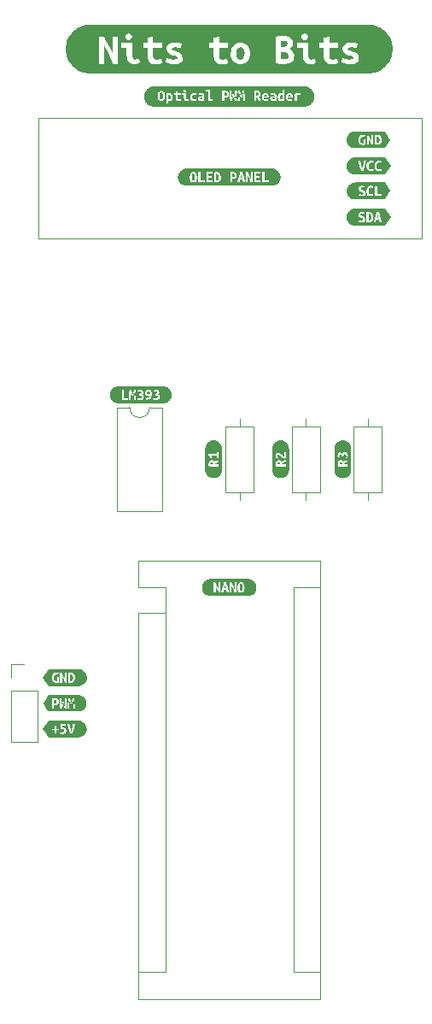
<source format=gbr>
%TF.GenerationSoftware,KiCad,Pcbnew,(6.0.0-0)*%
%TF.CreationDate,2022-10-16T11:18:23-07:00*%
%TF.ProjectId,refresh rate reader,72656672-6573-4682-9072-617465207265,rev?*%
%TF.SameCoordinates,Original*%
%TF.FileFunction,Legend,Top*%
%TF.FilePolarity,Positive*%
%FSLAX46Y46*%
G04 Gerber Fmt 4.6, Leading zero omitted, Abs format (unit mm)*
G04 Created by KiCad (PCBNEW (6.0.0-0)) date 2022-10-16 11:18:23*
%MOMM*%
%LPD*%
G01*
G04 APERTURE LIST*
%ADD10C,0.040000*%
%ADD11C,0.120000*%
G04 APERTURE END LIST*
%TO.C,kibuzzard-634C4927*%
G36*
X139800248Y-61602237D02*
G01*
X139701955Y-61587656D01*
X139605565Y-61563512D01*
X139512006Y-61530036D01*
X139422178Y-61487551D01*
X139336947Y-61436465D01*
X139257134Y-61377272D01*
X139183508Y-61310540D01*
X139152549Y-61276383D01*
X141081125Y-61276383D01*
X141276387Y-61276383D01*
X141276387Y-60995396D01*
X141354572Y-61022780D01*
X141430375Y-61031908D01*
X141499034Y-61024764D01*
X141558962Y-61003333D01*
X141651037Y-60923165D01*
X141683184Y-60866411D01*
X141706600Y-60799340D01*
X141720887Y-60723735D01*
X141725650Y-60641383D01*
X141715419Y-60530082D01*
X141684728Y-60435361D01*
X141681380Y-60430246D01*
X141832012Y-60430246D01*
X142001875Y-60430246D01*
X142001875Y-60736633D01*
X142006637Y-60821366D01*
X142020925Y-60888239D01*
X142076487Y-60977933D01*
X142165387Y-61020796D01*
X142286037Y-61031908D01*
X142407481Y-61022383D01*
X142524162Y-60990633D01*
X142497175Y-60822358D01*
X142447169Y-60842996D01*
X142402719Y-60854902D01*
X142358269Y-60860458D01*
X142308262Y-60862046D01*
X142262225Y-60857283D01*
X142227300Y-60838233D01*
X142205075Y-60798546D01*
X142197137Y-60731871D01*
X142197137Y-60430246D01*
X142509875Y-60430246D01*
X142509875Y-60268321D01*
X142625762Y-60268321D01*
X142625762Y-60430246D01*
X142832137Y-60430246D01*
X142832137Y-60704883D01*
X142835312Y-60778305D01*
X142844837Y-60842996D01*
X142888494Y-60945389D01*
X142971044Y-61009683D01*
X143028789Y-61026352D01*
X143098837Y-61031908D01*
X143196469Y-61021589D01*
X143309975Y-60982696D01*
X143284575Y-60825533D01*
X143198850Y-60854902D01*
X143133762Y-60862046D01*
X143052006Y-60829502D01*
X143027400Y-60730283D01*
X143027400Y-60641383D01*
X143432212Y-60641383D01*
X143438364Y-60721155D01*
X143456819Y-60795371D01*
X143488370Y-60862046D01*
X143533812Y-60919196D01*
X143593542Y-60966027D01*
X143667956Y-61001746D01*
X143757848Y-61024368D01*
X143864012Y-61031908D01*
X143938228Y-61029329D01*
X144002125Y-61021589D01*
X144102137Y-60995396D01*
X144073562Y-60835058D01*
X143982281Y-60855696D01*
X143886237Y-60862046D01*
X143766977Y-60847361D01*
X143688594Y-60803308D01*
X143677730Y-60785846D01*
X144225962Y-60785846D01*
X144248187Y-60900939D01*
X144311687Y-60977139D01*
X144410906Y-61019208D01*
X144540287Y-61031908D01*
X144639903Y-61028733D01*
X144729200Y-61019208D01*
X144856200Y-60996983D01*
X144856200Y-60552483D01*
X144840325Y-60426277D01*
X144787937Y-60331027D01*
X144690306Y-60270702D01*
X144621448Y-60254629D01*
X144537112Y-60249271D01*
X144466866Y-60251850D01*
X144399000Y-60259589D01*
X144295812Y-60282608D01*
X144322800Y-60439771D01*
X144406144Y-60420721D01*
X144513300Y-60412783D01*
X144586325Y-60422110D01*
X144633950Y-60450089D01*
X144668875Y-60542958D01*
X144668875Y-60566771D01*
X144605772Y-60557246D01*
X144533937Y-60554071D01*
X144418050Y-60565977D01*
X144319625Y-60604871D01*
X144251362Y-60676308D01*
X144225962Y-60785846D01*
X143677730Y-60785846D01*
X143645136Y-60733458D01*
X143630650Y-60641383D01*
X143643350Y-60552483D01*
X143684625Y-60481839D01*
X143760031Y-60435802D01*
X143876712Y-60419133D01*
X143975931Y-60427864D01*
X144046575Y-60447708D01*
X144089437Y-60290546D01*
X143979900Y-60258796D01*
X143859250Y-60249271D01*
X143755864Y-60257010D01*
X143667956Y-60280227D01*
X143594733Y-60316739D01*
X143535400Y-60364364D01*
X143489759Y-60422110D01*
X143457612Y-60488983D01*
X143438562Y-60562802D01*
X143432212Y-60641383D01*
X143027400Y-60641383D01*
X143027400Y-60268321D01*
X142625762Y-60268321D01*
X142509875Y-60268321D01*
X142197137Y-60268321D01*
X142197137Y-60054008D01*
X142773400Y-60054008D01*
X142809119Y-60144496D01*
X142895637Y-60177833D01*
X142982950Y-60144496D01*
X143007291Y-60084171D01*
X145007012Y-60084171D01*
X145213387Y-60084171D01*
X145213387Y-60717583D01*
X145228866Y-60853116D01*
X145275300Y-60951739D01*
X145355469Y-61011866D01*
X145472150Y-61031908D01*
X145560256Y-61025558D01*
X145608799Y-61014446D01*
X146623087Y-61014446D01*
X146818350Y-61014446D01*
X146818350Y-60682658D01*
X146888200Y-60682658D01*
X147005587Y-60673927D01*
X147103747Y-60647733D01*
X147182681Y-60604077D01*
X147240449Y-60540842D01*
X147275109Y-60455910D01*
X147286662Y-60349283D01*
X147275197Y-60243714D01*
X147240801Y-60159842D01*
X147183475Y-60097664D01*
X147105335Y-60054890D01*
X147018145Y-60031783D01*
X147367625Y-60031783D01*
X147371197Y-60153029D01*
X147375562Y-60278639D01*
X147380920Y-60406036D01*
X147387469Y-60532640D01*
X147395208Y-60658052D01*
X147404137Y-60781877D01*
X147414456Y-60901535D01*
X147426362Y-61014446D01*
X147588287Y-61014446D01*
X147621625Y-60910068D01*
X147658137Y-60796958D01*
X147695444Y-60683849D01*
X147731162Y-60579471D01*
X147766087Y-60686825D01*
X147801012Y-60799340D01*
X147835937Y-60910663D01*
X147870862Y-61014446D01*
X148032787Y-61014446D01*
X148161375Y-61014446D01*
X148340762Y-61014446D01*
X148332825Y-60250858D01*
X148448712Y-60666783D01*
X148591587Y-60666783D01*
X148712237Y-60250858D01*
X148702712Y-61014446D01*
X148882100Y-61014446D01*
X149798087Y-61014446D01*
X149993350Y-61014446D01*
X149993350Y-60652496D01*
X150094950Y-60652496D01*
X150148727Y-60742388D01*
X150198931Y-60831090D01*
X150244373Y-60920982D01*
X150283862Y-61014446D01*
X150488650Y-61014446D01*
X150443406Y-60910465D01*
X150388637Y-60800927D01*
X150329900Y-60696152D01*
X150299585Y-60647733D01*
X150555325Y-60647733D01*
X150562469Y-60737030D01*
X150583900Y-60814421D01*
X150618627Y-60880104D01*
X150665656Y-60934277D01*
X150724394Y-60976743D01*
X150794244Y-61007302D01*
X150874611Y-61025757D01*
X150964900Y-61031908D01*
X151093487Y-61020002D01*
X151201437Y-60990633D01*
X151174450Y-60823946D01*
X151084756Y-60849346D01*
X150972837Y-60862046D01*
X150886319Y-60851529D01*
X150817262Y-60819977D01*
X150786259Y-60785846D01*
X151369712Y-60785846D01*
X151391937Y-60900939D01*
X151455437Y-60977139D01*
X151554656Y-61019208D01*
X151684037Y-61031908D01*
X151783653Y-61028733D01*
X151872950Y-61019208D01*
X151999950Y-60996983D01*
X151999950Y-60646146D01*
X152138062Y-60646146D01*
X152148028Y-60757271D01*
X152177926Y-60851462D01*
X152227756Y-60928721D01*
X152296989Y-60986047D01*
X152385095Y-61020443D01*
X152492075Y-61031908D01*
X152567481Y-61029130D01*
X152644475Y-61020796D01*
X152716309Y-61008096D01*
X152776237Y-60992221D01*
X152776237Y-60647733D01*
X152936575Y-60647733D01*
X152943719Y-60737030D01*
X152965150Y-60814421D01*
X152999877Y-60880104D01*
X153046906Y-60934277D01*
X153105644Y-60976743D01*
X153175494Y-61007302D01*
X153255861Y-61025757D01*
X153346150Y-61031908D01*
X153474737Y-61020002D01*
X153495159Y-61014446D01*
X153822400Y-61014446D01*
X154019250Y-61014446D01*
X154019250Y-60460408D01*
X154100212Y-60445327D01*
X154181175Y-60441358D01*
X154224037Y-60442946D01*
X154276425Y-60448502D01*
X154329606Y-60457233D01*
X154374850Y-60466758D01*
X154409775Y-60285783D01*
X154348656Y-60270702D01*
X154281187Y-60261177D01*
X154218481Y-60255621D01*
X154173237Y-60254033D01*
X154070645Y-60258399D01*
X153981944Y-60271496D01*
X153901180Y-60291736D01*
X153822400Y-60317533D01*
X153822400Y-61014446D01*
X153495159Y-61014446D01*
X153582687Y-60990633D01*
X153555700Y-60823946D01*
X153466006Y-60849346D01*
X153354087Y-60862046D01*
X153267569Y-60851529D01*
X153198512Y-60819977D01*
X153153269Y-60770169D01*
X153138187Y-60704883D01*
X153622375Y-60704883D01*
X153624756Y-60671546D01*
X153625550Y-60631858D01*
X153616025Y-60516941D01*
X153587450Y-60421955D01*
X153539825Y-60346902D01*
X153473856Y-60292662D01*
X153390247Y-60260119D01*
X153289000Y-60249271D01*
X153223119Y-60255621D01*
X153158825Y-60274671D01*
X153098897Y-60306222D01*
X153046112Y-60350077D01*
X153001662Y-60406235D01*
X152966737Y-60474696D01*
X152944116Y-60555261D01*
X152936575Y-60647733D01*
X152776237Y-60647733D01*
X152776237Y-59912721D01*
X152580975Y-59946058D01*
X152580975Y-60285783D01*
X152514300Y-60261177D01*
X152436512Y-60252446D01*
X152346113Y-60264176D01*
X152271765Y-60299365D01*
X152213469Y-60358014D01*
X152171576Y-60436949D01*
X152146441Y-60532992D01*
X152138062Y-60646146D01*
X151999950Y-60646146D01*
X151999950Y-60552483D01*
X151984075Y-60426277D01*
X151931687Y-60331027D01*
X151834056Y-60270702D01*
X151765198Y-60254629D01*
X151680862Y-60249271D01*
X151610616Y-60251850D01*
X151542750Y-60259589D01*
X151439562Y-60282608D01*
X151466550Y-60439771D01*
X151549894Y-60420721D01*
X151657050Y-60412783D01*
X151730075Y-60422110D01*
X151777700Y-60450089D01*
X151812625Y-60542958D01*
X151812625Y-60566771D01*
X151749522Y-60557246D01*
X151677687Y-60554071D01*
X151561800Y-60565977D01*
X151463375Y-60604871D01*
X151395112Y-60676308D01*
X151369712Y-60785846D01*
X150786259Y-60785846D01*
X150772019Y-60770169D01*
X150756937Y-60704883D01*
X151241125Y-60704883D01*
X151243506Y-60671546D01*
X151244300Y-60631858D01*
X151234775Y-60516941D01*
X151206200Y-60421955D01*
X151158575Y-60346902D01*
X151092606Y-60292662D01*
X151008997Y-60260119D01*
X150907750Y-60249271D01*
X150841869Y-60255621D01*
X150777575Y-60274671D01*
X150717647Y-60306222D01*
X150664862Y-60350077D01*
X150620412Y-60406235D01*
X150585487Y-60474696D01*
X150562866Y-60555261D01*
X150555325Y-60647733D01*
X150299585Y-60647733D01*
X150272750Y-60604871D01*
X150342203Y-60560024D01*
X150388637Y-60498508D01*
X150414831Y-60424689D01*
X150423562Y-60342933D01*
X150417014Y-60265741D01*
X150397369Y-60199264D01*
X150321962Y-60098458D01*
X150267987Y-60063930D01*
X150204487Y-60039721D01*
X150132256Y-60025433D01*
X150052087Y-60020671D01*
X149996525Y-60022258D01*
X149929850Y-60026227D01*
X149860794Y-60034164D01*
X149798087Y-60046071D01*
X149798087Y-61014446D01*
X148882100Y-61014446D01*
X148878528Y-60888835D01*
X148874162Y-60766002D01*
X148868805Y-60644955D01*
X148862256Y-60524702D01*
X148854319Y-60404250D01*
X148844794Y-60282608D01*
X148834277Y-60158783D01*
X148823362Y-60031783D01*
X148661437Y-60031783D01*
X148632862Y-60115921D01*
X148597937Y-60224664D01*
X148558250Y-60345314D01*
X148518562Y-60466758D01*
X148482050Y-60352458D01*
X148443950Y-60230221D01*
X148408231Y-60117508D01*
X148380450Y-60031783D01*
X148218525Y-60031783D01*
X148208008Y-60139336D01*
X148198681Y-60255621D01*
X148190545Y-60378255D01*
X148183600Y-60504858D01*
X148177448Y-60633843D01*
X148171694Y-60763621D01*
X148166336Y-60891415D01*
X148161375Y-61014446D01*
X148032787Y-61014446D01*
X148043305Y-60901733D01*
X148052631Y-60782671D01*
X148060767Y-60659441D01*
X148067712Y-60534227D01*
X148073666Y-60407624D01*
X148078825Y-60280227D01*
X148083587Y-60154219D01*
X148088350Y-60031783D01*
X147907375Y-60031783D01*
X147907772Y-60127232D01*
X147908962Y-60226252D01*
X147910550Y-60326463D01*
X147912137Y-60425483D01*
X147913725Y-60522916D01*
X147915312Y-60618364D01*
X147916503Y-60709844D01*
X147916900Y-60795371D01*
X147881181Y-60668371D01*
X147847844Y-60552483D01*
X147820062Y-60454058D01*
X147801012Y-60379446D01*
X147658137Y-60379446D01*
X147635912Y-60457233D01*
X147604956Y-60565183D01*
X147570031Y-60684246D01*
X147537487Y-60795371D01*
X147537884Y-60709844D01*
X147539075Y-60618364D01*
X147540662Y-60522718D01*
X147542250Y-60424689D01*
X147543837Y-60325272D01*
X147545425Y-60225458D01*
X147547012Y-60127033D01*
X147548600Y-60031783D01*
X147367625Y-60031783D01*
X147018145Y-60031783D01*
X147008497Y-60029226D01*
X146892962Y-60020671D01*
X146831050Y-60022258D01*
X146759612Y-60026227D01*
X146687381Y-60033371D01*
X146623087Y-60044483D01*
X146623087Y-61014446D01*
X145608799Y-61014446D01*
X145626137Y-61010477D01*
X145669794Y-60993808D01*
X145691225Y-60982696D01*
X145665825Y-60825533D01*
X145613437Y-60846171D01*
X145515012Y-60862046D01*
X145438812Y-60835058D01*
X145408650Y-60731871D01*
X145408650Y-59922246D01*
X145007012Y-59922246D01*
X145007012Y-60084171D01*
X143007291Y-60084171D01*
X143019462Y-60054008D01*
X142982950Y-59961933D01*
X142895637Y-59928596D01*
X142809119Y-59961933D01*
X142773400Y-60054008D01*
X142197137Y-60054008D01*
X142197137Y-60049246D01*
X142001875Y-60080996D01*
X142001875Y-60268321D01*
X141832012Y-60268321D01*
X141832012Y-60430246D01*
X141681380Y-60430246D01*
X141633575Y-60357221D01*
X141563196Y-60299012D01*
X141474825Y-60264087D01*
X141368462Y-60252446D01*
X141291667Y-60255224D01*
X141213681Y-60263558D01*
X141141252Y-60276258D01*
X141081125Y-60292133D01*
X141081125Y-61276383D01*
X139152549Y-61276383D01*
X139116776Y-61236914D01*
X139057583Y-61157100D01*
X139006497Y-61071870D01*
X138964012Y-60982042D01*
X138930536Y-60888483D01*
X138906391Y-60792093D01*
X138891811Y-60693800D01*
X138886935Y-60594552D01*
X138890484Y-60522321D01*
X140230225Y-60522321D01*
X140235930Y-60641532D01*
X140253045Y-60745166D01*
X140281571Y-60833223D01*
X140321506Y-60905702D01*
X140391444Y-60977580D01*
X140479551Y-61020708D01*
X140585825Y-61035083D01*
X140689542Y-61020708D01*
X140776325Y-60977580D01*
X140846175Y-60905702D01*
X140886458Y-60833223D01*
X140915231Y-60745166D01*
X140932495Y-60641532D01*
X140938250Y-60522321D01*
X140932595Y-60403109D01*
X140915628Y-60299475D01*
X140887351Y-60211419D01*
X140847762Y-60138939D01*
X140778265Y-60067061D01*
X140690424Y-60023934D01*
X140584237Y-60009558D01*
X140481226Y-60023934D01*
X140394443Y-60067061D01*
X140323887Y-60138939D01*
X140282910Y-60211419D01*
X140253641Y-60299475D01*
X140236079Y-60403109D01*
X140230225Y-60522321D01*
X138890484Y-60522321D01*
X138891811Y-60495304D01*
X138906391Y-60397011D01*
X138930536Y-60300621D01*
X138964012Y-60207062D01*
X139006497Y-60117234D01*
X139057583Y-60032004D01*
X139116776Y-59952190D01*
X139183508Y-59878564D01*
X139257134Y-59811832D01*
X139336947Y-59752639D01*
X139422178Y-59701553D01*
X139512006Y-59659068D01*
X139605565Y-59625592D01*
X139701955Y-59601448D01*
X139800248Y-59586867D01*
X139899496Y-59581992D01*
X154740504Y-59581992D01*
X154839752Y-59586867D01*
X154938045Y-59601448D01*
X155034435Y-59625592D01*
X155127994Y-59659068D01*
X155217822Y-59701553D01*
X155303053Y-59752639D01*
X155382866Y-59811832D01*
X155456492Y-59878564D01*
X155523224Y-59952190D01*
X155582417Y-60032004D01*
X155633503Y-60117234D01*
X155675988Y-60207062D01*
X155709464Y-60300621D01*
X155733609Y-60397011D01*
X155748189Y-60495304D01*
X155753065Y-60594552D01*
X155748189Y-60693800D01*
X155733609Y-60792093D01*
X155709464Y-60888483D01*
X155675988Y-60982042D01*
X155633503Y-61071870D01*
X155582417Y-61157100D01*
X155523224Y-61236914D01*
X155456492Y-61310540D01*
X155382866Y-61377272D01*
X155303053Y-61436465D01*
X155217822Y-61487551D01*
X155127994Y-61530036D01*
X155034435Y-61563512D01*
X154938045Y-61587656D01*
X154839752Y-61602237D01*
X154740504Y-61607112D01*
X139899496Y-61607112D01*
X139800248Y-61602237D01*
G37*
G36*
X140665200Y-60206408D02*
G01*
X140712031Y-60279433D01*
X140734256Y-60388177D01*
X140738423Y-60453066D01*
X140739812Y-60522321D01*
X140738423Y-60591377D01*
X140734256Y-60655671D01*
X140712031Y-60764414D01*
X140664406Y-60838233D01*
X140584237Y-60865221D01*
X140503275Y-60838233D01*
X140456444Y-60765208D01*
X140434219Y-60656464D01*
X140430052Y-60591575D01*
X140428662Y-60522321D01*
X140430052Y-60453264D01*
X140434219Y-60388971D01*
X140456444Y-60280227D01*
X140503275Y-60206408D01*
X140584237Y-60179421D01*
X140665200Y-60206408D01*
G37*
G36*
X141437519Y-60435207D02*
G01*
X141487525Y-60483427D01*
X141517291Y-60556650D01*
X141527212Y-60647733D01*
X141518878Y-60739213D01*
X141493875Y-60807277D01*
X141451409Y-60849544D01*
X141390687Y-60863633D01*
X141327187Y-60855696D01*
X141276387Y-60835058D01*
X141276387Y-60425483D01*
X141319250Y-60421514D01*
X141366875Y-60419133D01*
X141437519Y-60435207D01*
G37*
G36*
X152530175Y-60429452D02*
G01*
X152580975Y-60450883D01*
X152580975Y-60857283D01*
X152538112Y-60862046D01*
X152493662Y-60863633D01*
X152422423Y-60847758D01*
X152373806Y-60800133D01*
X152345827Y-60727505D01*
X152336500Y-60636621D01*
X152344437Y-60544149D01*
X152368250Y-60476283D01*
X152409525Y-60434611D01*
X152469850Y-60420721D01*
X152530175Y-60429452D01*
G37*
G36*
X146985236Y-60199463D02*
G01*
X147039806Y-60226252D01*
X147074930Y-60274472D01*
X147086637Y-60347696D01*
X147074731Y-60424888D01*
X147039012Y-60475489D01*
X146979878Y-60503469D01*
X146897725Y-60512796D01*
X146818350Y-60512796D01*
X146818350Y-60195296D01*
X146866769Y-60191327D01*
X146915187Y-60190533D01*
X146985236Y-60199463D01*
G37*
G36*
X150122334Y-60199661D02*
G01*
X150177500Y-60227046D01*
X150213219Y-60273877D01*
X150225125Y-60341346D01*
X150180675Y-60451677D01*
X150122334Y-60480847D01*
X150036212Y-60490571D01*
X149993350Y-60490571D01*
X149993350Y-60195296D01*
X150025100Y-60191327D01*
X150052087Y-60190533D01*
X150122334Y-60199661D01*
G37*
G36*
X150977600Y-60426277D02*
G01*
X151022050Y-60461996D01*
X151047450Y-60512002D01*
X151055387Y-60569946D01*
X150756937Y-60569946D01*
X150770431Y-60511208D01*
X150799006Y-60460408D01*
X150845044Y-60425483D01*
X150910925Y-60412783D01*
X150977600Y-60426277D01*
G37*
G36*
X153358850Y-60426277D02*
G01*
X153403300Y-60461996D01*
X153428700Y-60512002D01*
X153436637Y-60569946D01*
X153138187Y-60569946D01*
X153151681Y-60511208D01*
X153180256Y-60460408D01*
X153226294Y-60425483D01*
X153292175Y-60412783D01*
X153358850Y-60426277D01*
G37*
G36*
X151766587Y-60692977D02*
G01*
X151812625Y-60698533D01*
X151812625Y-60869983D01*
X151760237Y-60873952D01*
X151698325Y-60874746D01*
X151599900Y-60853314D01*
X151561800Y-60781083D01*
X151574500Y-60735046D01*
X151608631Y-60708058D01*
X151658637Y-60694565D01*
X151717375Y-60690596D01*
X151766587Y-60692977D01*
G37*
G36*
X144622837Y-60692977D02*
G01*
X144668875Y-60698533D01*
X144668875Y-60869983D01*
X144616487Y-60873952D01*
X144554575Y-60874746D01*
X144456150Y-60853314D01*
X144418050Y-60781083D01*
X144430750Y-60735046D01*
X144464881Y-60708058D01*
X144514887Y-60694565D01*
X144573625Y-60690596D01*
X144622837Y-60692977D01*
G37*
%TO.C,kibuzzard-634C48E5*%
G36*
X133302360Y-58299220D02*
G01*
X133066382Y-58264216D01*
X132834972Y-58206251D01*
X132610357Y-58125882D01*
X132394702Y-58023885D01*
X132190082Y-57901241D01*
X131998469Y-57759131D01*
X131821708Y-57598924D01*
X131661501Y-57422163D01*
X131604026Y-57344667D01*
X134450137Y-57344667D01*
X134934722Y-57344667D01*
X134934722Y-55550395D01*
X135096978Y-55849926D01*
X135251957Y-56148971D01*
X135399661Y-56447531D01*
X135540089Y-56746091D01*
X135673240Y-57045137D01*
X135799116Y-57344667D01*
X136231313Y-57344667D01*
X136231313Y-55292823D01*
X136589294Y-55292823D01*
X136589294Y-55738117D01*
X137156825Y-55738117D01*
X137156825Y-56493370D01*
X137165556Y-56695280D01*
X137191750Y-56873180D01*
X137311805Y-57154763D01*
X137538817Y-57331570D01*
X137697617Y-57377409D01*
X137890250Y-57392689D01*
X138158736Y-57364313D01*
X138470878Y-57257355D01*
X138401028Y-56825158D01*
X138165284Y-56905922D01*
X137986294Y-56925567D01*
X137761464Y-56836072D01*
X137693797Y-56563220D01*
X137693797Y-55738117D01*
X138772106Y-55738117D01*
X139239228Y-55738117D01*
X139239228Y-56580683D01*
X139252325Y-56813698D01*
X139291616Y-56997600D01*
X139444413Y-57244258D01*
X139688887Y-57362130D01*
X140020675Y-57392689D01*
X140354645Y-57366495D01*
X140675519Y-57279183D01*
X140666417Y-57222430D01*
X141033500Y-57222430D01*
X141334728Y-57331570D01*
X141542095Y-57377409D01*
X141788753Y-57392689D01*
X142029954Y-57380684D01*
X142229681Y-57344667D01*
X142519995Y-57213698D01*
X142679341Y-57017245D01*
X142727363Y-56777136D01*
X142661878Y-56504284D01*
X142493802Y-56320928D01*
X142264606Y-56200873D01*
X142020131Y-56113561D01*
X141865152Y-56058991D01*
X141738548Y-56000055D01*
X141651236Y-55932388D01*
X141618494Y-55847258D01*
X141690527Y-55740300D01*
X141967744Y-55690095D01*
X142321359Y-55740300D01*
X142552737Y-55812333D01*
X142566296Y-55738117D01*
X145320544Y-55738117D01*
X145787666Y-55738117D01*
X145787666Y-56580683D01*
X145800763Y-56813698D01*
X145840053Y-56997600D01*
X145992850Y-57244258D01*
X146237325Y-57362130D01*
X146569112Y-57392689D01*
X146903083Y-57366495D01*
X147223956Y-57279183D01*
X147149741Y-56816427D01*
X147012223Y-56873180D01*
X146889986Y-56905922D01*
X146767748Y-56921202D01*
X146630231Y-56925567D01*
X146503628Y-56912470D01*
X146407584Y-56860083D01*
X146346466Y-56750942D01*
X146324638Y-56567586D01*
X146324638Y-56314380D01*
X147472797Y-56314380D01*
X147490259Y-56547395D01*
X147542647Y-56757491D01*
X147627231Y-56942484D01*
X147741283Y-57100192D01*
X147882074Y-57227887D01*
X148046877Y-57322839D01*
X148234053Y-57381775D01*
X148441966Y-57401420D01*
X148649879Y-57381775D01*
X148837055Y-57322839D01*
X148874815Y-57301011D01*
X151947563Y-57301011D01*
X152136376Y-57335390D01*
X152327372Y-57359947D01*
X152516185Y-57374681D01*
X152698450Y-57379592D01*
X152914003Y-57369224D01*
X153115367Y-57338119D01*
X153296541Y-57282457D01*
X153451520Y-57198419D01*
X153676350Y-56936481D01*
X153738560Y-56752579D01*
X153759297Y-56528295D01*
X153734740Y-56344939D01*
X153661070Y-56170314D01*
X153518642Y-56017517D01*
X153287809Y-55899645D01*
X153538833Y-55663902D01*
X153609229Y-55504556D01*
X153632694Y-55323383D01*
X153627952Y-55292823D01*
X154051794Y-55292823D01*
X154051794Y-55738117D01*
X154619325Y-55738117D01*
X154619325Y-56493370D01*
X154628056Y-56695280D01*
X154654250Y-56873180D01*
X154774305Y-57154763D01*
X155001317Y-57331570D01*
X155160117Y-57377409D01*
X155352750Y-57392689D01*
X155621236Y-57364313D01*
X155933378Y-57257355D01*
X155863528Y-56825158D01*
X155627784Y-56905922D01*
X155448794Y-56925567D01*
X155223964Y-56836072D01*
X155156297Y-56563220D01*
X155156297Y-55738117D01*
X156234606Y-55738117D01*
X156701728Y-55738117D01*
X156701728Y-56580683D01*
X156714825Y-56813698D01*
X156754116Y-56997600D01*
X156906913Y-57244258D01*
X157151388Y-57362130D01*
X157483175Y-57392689D01*
X157817145Y-57366495D01*
X158138019Y-57279183D01*
X158128917Y-57222430D01*
X158496000Y-57222430D01*
X158797228Y-57331570D01*
X159004595Y-57377409D01*
X159251253Y-57392689D01*
X159492454Y-57380684D01*
X159692181Y-57344667D01*
X159982495Y-57213698D01*
X160141841Y-57017245D01*
X160189863Y-56777136D01*
X160124378Y-56504284D01*
X159956302Y-56320928D01*
X159727106Y-56200873D01*
X159482631Y-56113561D01*
X159327652Y-56058991D01*
X159201048Y-56000055D01*
X159113736Y-55932388D01*
X159080994Y-55847258D01*
X159153027Y-55740300D01*
X159430244Y-55690095D01*
X159783859Y-55740300D01*
X160015238Y-55812333D01*
X160098184Y-55358308D01*
X159799139Y-55270995D01*
X159619603Y-55248076D01*
X159425878Y-55240436D01*
X159210871Y-55252987D01*
X159028606Y-55290641D01*
X158755755Y-55430341D01*
X158598592Y-55635525D01*
X158548388Y-55882183D01*
X158613872Y-56150669D01*
X158779766Y-56327477D01*
X159002413Y-56443166D01*
X159242522Y-56523930D01*
X159401867Y-56576317D01*
X159537202Y-56630888D01*
X159628880Y-56698555D01*
X159661622Y-56794598D01*
X159556847Y-56910288D01*
X159255619Y-56938664D01*
X158904186Y-56886277D01*
X158578947Y-56772770D01*
X158496000Y-57222430D01*
X158128917Y-57222430D01*
X158063803Y-56816427D01*
X157926286Y-56873180D01*
X157804048Y-56905922D01*
X157681811Y-56921202D01*
X157544294Y-56925567D01*
X157417691Y-56912470D01*
X157321647Y-56860083D01*
X157260528Y-56750942D01*
X157238700Y-56567586D01*
X157238700Y-55738117D01*
X158098728Y-55738117D01*
X158098728Y-55292823D01*
X157238700Y-55292823D01*
X157238700Y-54690367D01*
X156701728Y-54777680D01*
X156701728Y-55292823D01*
X156234606Y-55292823D01*
X156234606Y-55738117D01*
X155156297Y-55738117D01*
X155156297Y-55292823D01*
X154051794Y-55292823D01*
X153627952Y-55292823D01*
X153593403Y-55070177D01*
X153444972Y-54840981D01*
X153195271Y-54703464D01*
X154457797Y-54703464D01*
X154556023Y-54952305D01*
X154793950Y-55043983D01*
X155034059Y-54952305D01*
X155134469Y-54703464D01*
X155034059Y-54450258D01*
X154793950Y-54358580D01*
X154556023Y-54450258D01*
X154457797Y-54703464D01*
X153195271Y-54703464D01*
X153143744Y-54675087D01*
X152923280Y-54627611D01*
X152646063Y-54611786D01*
X152283716Y-54631431D01*
X151947563Y-54677270D01*
X151947563Y-57301011D01*
X148874815Y-57301011D01*
X149001311Y-57227887D01*
X149140466Y-57100192D01*
X149252880Y-56942484D01*
X149336919Y-56757491D01*
X149389306Y-56547395D01*
X149406769Y-56314380D01*
X149389306Y-56084639D01*
X149336919Y-55875634D01*
X149252335Y-55691187D01*
X149138283Y-55535116D01*
X148997491Y-55409604D01*
X148832689Y-55316834D01*
X148646604Y-55259536D01*
X148441966Y-55240436D01*
X148240055Y-55259536D01*
X148053425Y-55316834D01*
X147886986Y-55409604D01*
X147745648Y-55535116D01*
X147631051Y-55691187D01*
X147544830Y-55875634D01*
X147490805Y-56084639D01*
X147472797Y-56314380D01*
X146324638Y-56314380D01*
X146324638Y-55738117D01*
X147184666Y-55738117D01*
X147184666Y-55292823D01*
X146324638Y-55292823D01*
X146324638Y-54690367D01*
X145787666Y-54777680D01*
X145787666Y-55292823D01*
X145320544Y-55292823D01*
X145320544Y-55738117D01*
X142566296Y-55738117D01*
X142635684Y-55358308D01*
X142336639Y-55270995D01*
X142157103Y-55248076D01*
X141963378Y-55240436D01*
X141748371Y-55252987D01*
X141566106Y-55290641D01*
X141293255Y-55430341D01*
X141136092Y-55635525D01*
X141085888Y-55882183D01*
X141151372Y-56150669D01*
X141317266Y-56327477D01*
X141539912Y-56443166D01*
X141780022Y-56523930D01*
X141939367Y-56576317D01*
X142074702Y-56630888D01*
X142166380Y-56698555D01*
X142199122Y-56794598D01*
X142094347Y-56910288D01*
X141793119Y-56938664D01*
X141441686Y-56886277D01*
X141116447Y-56772770D01*
X141033500Y-57222430D01*
X140666417Y-57222430D01*
X140601303Y-56816427D01*
X140463786Y-56873180D01*
X140341548Y-56905922D01*
X140219311Y-56921202D01*
X140081794Y-56925567D01*
X139955191Y-56912470D01*
X139859147Y-56860083D01*
X139798028Y-56750942D01*
X139776200Y-56567586D01*
X139776200Y-55738117D01*
X140636228Y-55738117D01*
X140636228Y-55292823D01*
X139776200Y-55292823D01*
X139776200Y-54690367D01*
X139239228Y-54777680D01*
X139239228Y-55292823D01*
X138772106Y-55292823D01*
X138772106Y-55738117D01*
X137693797Y-55738117D01*
X137693797Y-55292823D01*
X136589294Y-55292823D01*
X136231313Y-55292823D01*
X136231313Y-54703464D01*
X136995297Y-54703464D01*
X137093523Y-54952305D01*
X137331450Y-55043983D01*
X137571559Y-54952305D01*
X137671969Y-54703464D01*
X137571559Y-54450258D01*
X137331450Y-54358580D01*
X137093523Y-54450258D01*
X136995297Y-54703464D01*
X136231313Y-54703464D01*
X136231313Y-54642345D01*
X135746728Y-54642345D01*
X135746728Y-56305648D01*
X135669784Y-56135389D01*
X135578652Y-55938936D01*
X135476059Y-55726112D01*
X135364736Y-55506739D01*
X135247410Y-55283546D01*
X135126809Y-55059262D01*
X135004572Y-54842618D01*
X134882334Y-54642345D01*
X134450137Y-54642345D01*
X134450137Y-57344667D01*
X131604026Y-57344667D01*
X131519392Y-57230550D01*
X131396747Y-57025930D01*
X131294750Y-56810275D01*
X131214382Y-56585660D01*
X131156416Y-56354250D01*
X131121412Y-56118272D01*
X131109707Y-55880000D01*
X131121412Y-55641728D01*
X131156416Y-55405750D01*
X131214382Y-55174340D01*
X131294750Y-54949725D01*
X131396747Y-54734070D01*
X131519392Y-54529450D01*
X131661501Y-54337837D01*
X131821708Y-54161076D01*
X131998469Y-54000869D01*
X132190082Y-53858759D01*
X132394702Y-53736115D01*
X132610357Y-53634118D01*
X132834972Y-53553749D01*
X133066382Y-53495784D01*
X133302360Y-53460780D01*
X133540632Y-53449074D01*
X161099368Y-53449074D01*
X161337640Y-53460780D01*
X161573618Y-53495784D01*
X161805028Y-53553749D01*
X162029643Y-53634118D01*
X162245298Y-53736115D01*
X162449918Y-53858759D01*
X162641531Y-54000869D01*
X162818292Y-54161076D01*
X162978499Y-54337837D01*
X163120608Y-54529450D01*
X163243253Y-54734070D01*
X163345250Y-54949725D01*
X163425618Y-55174340D01*
X163483584Y-55405750D01*
X163518588Y-55641728D01*
X163530293Y-55880000D01*
X163518588Y-56118272D01*
X163483584Y-56354250D01*
X163425618Y-56585660D01*
X163345250Y-56810275D01*
X163243253Y-57025930D01*
X163120608Y-57230550D01*
X162978499Y-57422163D01*
X162818292Y-57598924D01*
X162641531Y-57759131D01*
X162449918Y-57901241D01*
X162245298Y-58023885D01*
X162029643Y-58125882D01*
X161805028Y-58206251D01*
X161573618Y-58264216D01*
X161337640Y-58299220D01*
X161099368Y-58310926D01*
X133540632Y-58310926D01*
X133302360Y-58299220D01*
G37*
G36*
X148630233Y-55749577D02*
G01*
X148758473Y-55875634D01*
X148832143Y-56070450D01*
X148856700Y-56318745D01*
X148829961Y-56567586D01*
X148749742Y-56764039D01*
X148617136Y-56891734D01*
X148433234Y-56934298D01*
X148244967Y-56891734D01*
X148116727Y-56764039D01*
X148043057Y-56567586D01*
X148018500Y-56318745D01*
X148045239Y-56070450D01*
X148125458Y-55875634D01*
X148258064Y-55749577D01*
X148441966Y-55707558D01*
X148630233Y-55749577D01*
G37*
G36*
X153106636Y-56246712D02*
G01*
X153231056Y-56528295D01*
X153187400Y-56722566D01*
X153076077Y-56840438D01*
X152921097Y-56897191D01*
X152742106Y-56912470D01*
X152608955Y-56908105D01*
X152484534Y-56895008D01*
X152484534Y-56161583D01*
X152772666Y-56161583D01*
X153106636Y-56246712D01*
G37*
G36*
X152873075Y-55089822D02*
G01*
X152995313Y-55133478D01*
X153078259Y-55225156D01*
X153108819Y-55380136D01*
X153004044Y-55626794D01*
X152694084Y-55716289D01*
X152484534Y-55716289D01*
X152484534Y-55096370D01*
X152602406Y-55083273D01*
X152729009Y-55078908D01*
X152873075Y-55089822D01*
G37*
%TO.C,kibuzzard-634C46AB*%
G36*
X159715773Y-73369357D02*
G01*
X159633892Y-73357211D01*
X159553597Y-73337098D01*
X159475659Y-73309212D01*
X159400830Y-73273820D01*
X159329831Y-73231265D01*
X159263344Y-73181955D01*
X159202011Y-73126366D01*
X159146422Y-73065032D01*
X159097112Y-72998546D01*
X159078849Y-72968077D01*
X160129179Y-72968077D01*
X160238716Y-73016496D01*
X160324044Y-73036141D01*
X160433979Y-73042689D01*
X160545368Y-73034311D01*
X160629755Y-73010939D01*
X160945154Y-73010939D01*
X161052310Y-73029196D01*
X161154704Y-73034752D01*
X161250549Y-73027807D01*
X161274720Y-73022052D01*
X161667466Y-73022052D01*
X161870666Y-73022052D01*
X161915116Y-72795040D01*
X162177054Y-72795040D01*
X162223091Y-73022052D01*
X162432641Y-73022052D01*
X162406447Y-72910641D01*
X162379936Y-72802469D01*
X162353107Y-72697535D01*
X162325961Y-72595840D01*
X162298497Y-72497383D01*
X162263920Y-72377973D01*
X162229243Y-72261838D01*
X162194467Y-72148977D01*
X162159591Y-72039389D01*
X161946866Y-72039389D01*
X161913231Y-72148084D01*
X161879001Y-72259854D01*
X161844175Y-72374699D01*
X161808754Y-72492621D01*
X161780242Y-72590252D01*
X161751858Y-72692011D01*
X161723600Y-72797897D01*
X161695470Y-72907911D01*
X161667466Y-73022052D01*
X161274720Y-73022052D01*
X161338060Y-73006971D01*
X161415649Y-72971054D01*
X161481729Y-72918864D01*
X161535505Y-72849610D01*
X161576185Y-72762496D01*
X161601783Y-72656332D01*
X161610316Y-72529927D01*
X161602577Y-72406300D01*
X161579360Y-72302121D01*
X161542252Y-72215999D01*
X161492841Y-72146546D01*
X161431127Y-72093563D01*
X161357110Y-72056852D01*
X161272774Y-72035421D01*
X161180104Y-72028277D01*
X161070566Y-72033039D01*
X160945154Y-72052089D01*
X160945154Y-73010939D01*
X160629755Y-73010939D01*
X160636120Y-73009176D01*
X160706235Y-72967283D01*
X160773505Y-72876200D01*
X160795929Y-72753764D01*
X160789182Y-72679747D01*
X160768941Y-72619621D01*
X160699885Y-72530721D01*
X160607810Y-72473571D01*
X160511766Y-72434677D01*
X160450647Y-72410864D01*
X160395085Y-72381496D01*
X160354604Y-72343396D01*
X160338729Y-72293389D01*
X160356015Y-72230771D01*
X160407873Y-72193201D01*
X160494304Y-72180677D01*
X160606222Y-72196552D01*
X160694329Y-72234652D01*
X160751479Y-72083839D01*
X160637972Y-72037802D01*
X160564749Y-72022324D01*
X160480016Y-72017164D01*
X160382738Y-72025808D01*
X160300452Y-72051737D01*
X160233160Y-72094952D01*
X160165890Y-72187821D01*
X160143466Y-72310852D01*
X160168866Y-72427533D01*
X160233160Y-72506114D01*
X160319679Y-72558502D01*
X160411754Y-72595014D01*
X160478429Y-72622796D01*
X160538754Y-72656133D01*
X160583204Y-72698202D01*
X160600666Y-72752177D01*
X160593522Y-72799008D01*
X160567329Y-72840283D01*
X160515735Y-72868858D01*
X160433979Y-72879177D01*
X160354802Y-72873621D01*
X160288722Y-72856952D01*
X160186329Y-72809327D01*
X160129179Y-72968077D01*
X159078849Y-72968077D01*
X159054556Y-72927546D01*
X159019165Y-72852717D01*
X158991278Y-72774780D01*
X158971165Y-72694484D01*
X158959020Y-72612604D01*
X158954958Y-72529927D01*
X158959020Y-72447250D01*
X158971165Y-72365370D01*
X158991278Y-72285074D01*
X159019165Y-72207137D01*
X159054556Y-72132308D01*
X159097112Y-72061308D01*
X159146422Y-71994822D01*
X159202011Y-71933488D01*
X159263344Y-71877899D01*
X159329831Y-71828589D01*
X159400830Y-71786034D01*
X159475659Y-71750642D01*
X159553597Y-71722756D01*
X159633892Y-71702643D01*
X159715773Y-71690497D01*
X159798450Y-71686435D01*
X162763370Y-71686435D01*
X163325698Y-72529927D01*
X162763370Y-73373419D01*
X159798450Y-73373419D01*
X159715773Y-73369357D01*
G37*
G36*
X161303929Y-72225921D02*
G01*
X161369016Y-72299739D01*
X161402354Y-72406102D01*
X161411879Y-72529927D01*
X161408902Y-72599975D01*
X161399972Y-72664071D01*
X161360285Y-72769639D01*
X161287260Y-72839489D01*
X161175341Y-72864889D01*
X161157879Y-72864889D01*
X161140416Y-72863302D01*
X161140416Y-72202902D01*
X161168991Y-72198933D01*
X161197566Y-72198139D01*
X161303929Y-72225921D01*
G37*
G36*
X162077835Y-72335458D02*
G01*
X162103235Y-72433883D01*
X162124666Y-72531514D01*
X162143716Y-72633114D01*
X161951629Y-72633114D01*
X161971472Y-72531514D01*
X161993697Y-72433883D01*
X162019097Y-72335458D01*
X162048466Y-72229889D01*
X162077835Y-72335458D01*
G37*
%TO.C,kibuzzard-634C469B*%
G36*
X159740379Y-70790769D02*
G01*
X159658499Y-70778623D01*
X159578203Y-70758510D01*
X159500265Y-70730624D01*
X159425437Y-70695232D01*
X159354437Y-70652677D01*
X159287950Y-70603367D01*
X159226617Y-70547778D01*
X159171028Y-70486444D01*
X159121718Y-70419958D01*
X159103456Y-70389489D01*
X160153785Y-70389489D01*
X160263322Y-70437908D01*
X160348651Y-70457553D01*
X160458585Y-70464101D01*
X160569975Y-70455723D01*
X160660727Y-70430588D01*
X160730841Y-70388695D01*
X160798112Y-70297612D01*
X160820535Y-70175176D01*
X160813788Y-70101159D01*
X160793547Y-70041033D01*
X160724491Y-69952133D01*
X160723212Y-69951339D01*
X160926897Y-69951339D01*
X160933744Y-70067326D01*
X160954282Y-70169223D01*
X160988512Y-70257032D01*
X161036435Y-70330751D01*
X161120396Y-70404835D01*
X161226229Y-70449285D01*
X161353935Y-70464101D01*
X161440652Y-70458744D01*
X161512900Y-70443464D01*
X161790497Y-70443464D01*
X162408035Y-70443464D01*
X162408035Y-70281539D01*
X161987347Y-70281539D01*
X161987347Y-69460801D01*
X161790497Y-69460801D01*
X161790497Y-70443464D01*
X161512900Y-70443464D01*
X161516654Y-70442670D01*
X161628572Y-70395839D01*
X161579360Y-70241851D01*
X161499191Y-70276776D01*
X161372985Y-70294239D01*
X161259677Y-70271816D01*
X161183279Y-70204545D01*
X161151088Y-70136018D01*
X161131773Y-70050029D01*
X161125335Y-69946576D01*
X161130693Y-69857676D01*
X161146766Y-69784651D01*
X161202329Y-69680670D01*
X161280116Y-69625108D01*
X161369810Y-69608439D01*
X161488079Y-69625108D01*
X161576185Y-69665589D01*
X161626985Y-69510014D01*
X161594441Y-69490964D01*
X161541260Y-69467151D01*
X161467441Y-69447308D01*
X161372985Y-69438576D01*
X161279918Y-69447109D01*
X161194391Y-69472708D01*
X161118191Y-69514776D01*
X161053104Y-69572720D01*
X161000121Y-69645944D01*
X160960235Y-69733851D01*
X160935232Y-69835848D01*
X160926897Y-69951339D01*
X160723212Y-69951339D01*
X160632416Y-69894983D01*
X160536372Y-69856089D01*
X160475254Y-69832276D01*
X160419691Y-69802908D01*
X160379210Y-69764808D01*
X160363335Y-69714801D01*
X160380621Y-69652183D01*
X160432479Y-69614613D01*
X160518910Y-69602089D01*
X160630829Y-69617964D01*
X160718935Y-69656064D01*
X160776085Y-69505251D01*
X160662579Y-69459214D01*
X160589355Y-69443736D01*
X160504622Y-69438576D01*
X160407344Y-69447220D01*
X160325059Y-69473149D01*
X160257766Y-69516364D01*
X160190496Y-69609233D01*
X160168072Y-69732264D01*
X160193472Y-69848945D01*
X160257766Y-69927526D01*
X160344285Y-69979914D01*
X160436360Y-70016426D01*
X160503035Y-70044208D01*
X160563360Y-70077545D01*
X160607810Y-70119614D01*
X160625272Y-70173589D01*
X160618129Y-70220420D01*
X160591935Y-70261695D01*
X160540341Y-70290270D01*
X160458585Y-70300589D01*
X160379408Y-70295033D01*
X160313329Y-70278364D01*
X160210935Y-70230739D01*
X160153785Y-70389489D01*
X159103456Y-70389489D01*
X159079163Y-70348958D01*
X159043771Y-70274129D01*
X159015885Y-70196192D01*
X158995772Y-70115896D01*
X158983626Y-70034016D01*
X158979564Y-69951339D01*
X158983626Y-69868662D01*
X158995772Y-69786782D01*
X159015885Y-69706486D01*
X159043771Y-69628549D01*
X159079163Y-69553720D01*
X159121718Y-69482720D01*
X159171028Y-69416234D01*
X159226617Y-69354900D01*
X159287950Y-69299311D01*
X159354437Y-69250001D01*
X159425437Y-69207446D01*
X159500265Y-69172054D01*
X159578203Y-69144168D01*
X159658499Y-69124055D01*
X159740379Y-69111909D01*
X159823056Y-69107847D01*
X162738764Y-69107847D01*
X163301092Y-69951339D01*
X162738764Y-70794831D01*
X159823056Y-70794831D01*
X159740379Y-70790769D01*
G37*
%TO.C,kibuzzard-634C468E*%
G36*
X159711804Y-68299101D02*
G01*
X159629924Y-68286955D01*
X159549628Y-68266842D01*
X159471690Y-68238956D01*
X159396862Y-68203564D01*
X159325862Y-68161009D01*
X159259375Y-68111699D01*
X159198042Y-68056110D01*
X159142453Y-67994776D01*
X159093143Y-67928290D01*
X159050588Y-67857290D01*
X159015196Y-67782461D01*
X158987310Y-67704524D01*
X158967197Y-67624228D01*
X158955051Y-67542348D01*
X158950989Y-67459671D01*
X158955051Y-67376994D01*
X158967197Y-67295114D01*
X158987310Y-67214818D01*
X159015196Y-67136881D01*
X159050588Y-67062052D01*
X159093143Y-66991052D01*
X159109399Y-66969133D01*
X160125210Y-66969133D01*
X160143466Y-67058033D01*
X160169660Y-67169158D01*
X160190650Y-67252326D01*
X160213404Y-67338845D01*
X160237922Y-67428715D01*
X160263852Y-67520349D01*
X160290839Y-67612159D01*
X160318885Y-67704146D01*
X160360557Y-67835115D01*
X160399847Y-67951796D01*
X160601460Y-67951796D01*
X160631799Y-67867218D01*
X160661432Y-67780699D01*
X160690360Y-67692240D01*
X160718141Y-67603340D01*
X160744335Y-67515498D01*
X160760164Y-67459671D01*
X160941185Y-67459671D01*
X160948031Y-67575658D01*
X160968569Y-67677555D01*
X161002800Y-67765364D01*
X161050722Y-67839083D01*
X161134684Y-67913167D01*
X161240517Y-67957617D01*
X161368222Y-67972433D01*
X161454940Y-67967076D01*
X161530941Y-67951002D01*
X161642860Y-67904171D01*
X161593647Y-67750183D01*
X161513479Y-67785108D01*
X161387272Y-67802571D01*
X161273965Y-67780148D01*
X161197566Y-67712877D01*
X161165375Y-67644350D01*
X161146061Y-67558361D01*
X161139918Y-67459671D01*
X161734935Y-67459671D01*
X161741781Y-67575658D01*
X161762319Y-67677555D01*
X161796550Y-67765364D01*
X161844472Y-67839083D01*
X161928434Y-67913167D01*
X162034267Y-67957617D01*
X162161972Y-67972433D01*
X162248690Y-67967076D01*
X162324691Y-67951002D01*
X162436610Y-67904171D01*
X162387397Y-67750183D01*
X162307229Y-67785108D01*
X162181022Y-67802571D01*
X162067715Y-67780148D01*
X161991316Y-67712877D01*
X161959125Y-67644350D01*
X161939811Y-67558361D01*
X161933372Y-67454908D01*
X161938730Y-67366008D01*
X161954804Y-67292983D01*
X162010366Y-67189002D01*
X162088154Y-67133440D01*
X162177847Y-67116771D01*
X162296116Y-67133440D01*
X162384222Y-67173921D01*
X162435022Y-67018346D01*
X162402479Y-66999296D01*
X162349297Y-66975483D01*
X162275479Y-66955640D01*
X162181022Y-66946908D01*
X162087955Y-66955441D01*
X162002429Y-66981040D01*
X161926229Y-67023108D01*
X161861141Y-67081052D01*
X161808158Y-67154276D01*
X161768272Y-67242183D01*
X161743269Y-67344180D01*
X161734935Y-67459671D01*
X161139918Y-67459671D01*
X161139622Y-67454908D01*
X161144980Y-67366008D01*
X161161054Y-67292983D01*
X161216616Y-67189002D01*
X161294404Y-67133440D01*
X161384097Y-67116771D01*
X161502366Y-67133440D01*
X161590472Y-67173921D01*
X161641272Y-67018346D01*
X161608729Y-66999296D01*
X161555547Y-66975483D01*
X161481729Y-66955640D01*
X161387272Y-66946908D01*
X161294205Y-66955441D01*
X161208679Y-66981040D01*
X161132479Y-67023108D01*
X161067391Y-67081052D01*
X161014408Y-67154276D01*
X160974522Y-67242183D01*
X160949519Y-67344180D01*
X160941185Y-67459671D01*
X160760164Y-67459671D01*
X160768941Y-67428715D01*
X160802676Y-67302310D01*
X160832441Y-67181858D01*
X160858040Y-67069940D01*
X160879272Y-66969133D01*
X160674485Y-66969133D01*
X160660197Y-67051683D01*
X160642735Y-67146933D01*
X160622891Y-67249923D01*
X160601460Y-67355690D01*
X160578441Y-67462052D01*
X160553835Y-67566827D01*
X160528435Y-67665054D01*
X160503035Y-67751771D01*
X160477437Y-67663863D01*
X160451441Y-67565240D01*
X160426041Y-67460465D01*
X160402229Y-67354102D01*
X160380202Y-67248533D01*
X160360160Y-67146140D01*
X160343491Y-67051485D01*
X160331585Y-66969133D01*
X160125210Y-66969133D01*
X159109399Y-66969133D01*
X159142453Y-66924566D01*
X159198042Y-66863232D01*
X159259375Y-66807643D01*
X159325862Y-66758333D01*
X159396862Y-66715778D01*
X159471690Y-66680386D01*
X159549628Y-66652500D01*
X159629924Y-66632387D01*
X159711804Y-66620241D01*
X159794481Y-66616179D01*
X162767339Y-66616179D01*
X163329667Y-67459671D01*
X162767339Y-68303163D01*
X159794481Y-68303163D01*
X159711804Y-68299101D01*
G37*
%TO.C,kibuzzard-634C467F*%
G36*
X159719742Y-65720514D02*
G01*
X159637861Y-65708368D01*
X159557566Y-65688255D01*
X159479628Y-65660369D01*
X159404799Y-65624977D01*
X159333799Y-65582422D01*
X159267313Y-65533112D01*
X159205980Y-65477523D01*
X159150390Y-65416189D01*
X159101081Y-65349703D01*
X159058525Y-65278703D01*
X159023134Y-65203874D01*
X158995247Y-65125937D01*
X158975134Y-65045641D01*
X158962988Y-64963761D01*
X158958927Y-64881084D01*
X160133147Y-64881084D01*
X160140291Y-65000345D01*
X160161722Y-65104128D01*
X160196251Y-65192234D01*
X160242685Y-65264465D01*
X160300430Y-65320821D01*
X160368891Y-65361303D01*
X160447274Y-65385711D01*
X160534785Y-65393846D01*
X160631821Y-65389878D01*
X160713379Y-65377971D01*
X160731501Y-65373209D01*
X160957060Y-65373209D01*
X161133272Y-65373209D01*
X161133272Y-64720746D01*
X161192275Y-64829667D01*
X161248631Y-64938410D01*
X161302341Y-65046978D01*
X161353406Y-65155545D01*
X161401825Y-65264289D01*
X161447597Y-65373209D01*
X161604760Y-65373209D01*
X161604760Y-65362096D01*
X161763510Y-65362096D01*
X161870666Y-65380353D01*
X161973060Y-65385909D01*
X162068905Y-65378964D01*
X162156416Y-65358128D01*
X162234005Y-65322211D01*
X162300085Y-65270021D01*
X162353862Y-65200767D01*
X162394541Y-65113653D01*
X162420140Y-65007489D01*
X162428672Y-64881084D01*
X162420933Y-64757457D01*
X162397716Y-64653278D01*
X162360608Y-64567156D01*
X162311197Y-64497703D01*
X162249483Y-64444720D01*
X162175466Y-64408009D01*
X162091130Y-64386578D01*
X161998460Y-64379434D01*
X161888922Y-64384196D01*
X161763510Y-64403246D01*
X161763510Y-65362096D01*
X161604760Y-65362096D01*
X161604760Y-64390546D01*
X161428547Y-64390546D01*
X161428547Y-64995384D01*
X161400568Y-64933471D01*
X161367429Y-64862034D01*
X161330122Y-64784643D01*
X161289641Y-64704871D01*
X161246977Y-64623711D01*
X161203122Y-64542153D01*
X161158672Y-64463373D01*
X161114222Y-64390546D01*
X160957060Y-64390546D01*
X160957060Y-65373209D01*
X160731501Y-65373209D01*
X160822122Y-65349396D01*
X160822122Y-64858859D01*
X160626860Y-64858859D01*
X160626860Y-65217634D01*
X160588760Y-65222396D01*
X160550660Y-65223984D01*
X160455807Y-65203148D01*
X160387147Y-65140640D01*
X160356279Y-65074759D01*
X160337759Y-64988240D01*
X160331585Y-64881084D01*
X160334958Y-64808257D01*
X160345079Y-64742178D01*
X160389529Y-64634228D01*
X160468110Y-64563584D01*
X160585585Y-64538184D01*
X160690360Y-64555646D01*
X160776085Y-64595334D01*
X160826885Y-64439759D01*
X160794341Y-64420709D01*
X160739572Y-64396896D01*
X160660991Y-64377053D01*
X160558597Y-64368321D01*
X160472476Y-64376457D01*
X160391910Y-64400865D01*
X160319282Y-64441545D01*
X160256972Y-64498496D01*
X160205776Y-64571323D01*
X160166485Y-64659628D01*
X160141482Y-64763014D01*
X160133147Y-64881084D01*
X158958927Y-64881084D01*
X158962988Y-64798407D01*
X158975134Y-64716527D01*
X158995247Y-64636231D01*
X159023134Y-64558294D01*
X159058525Y-64483465D01*
X159101081Y-64412465D01*
X159150390Y-64345979D01*
X159205980Y-64284645D01*
X159267313Y-64229056D01*
X159333799Y-64179746D01*
X159404799Y-64137191D01*
X159479628Y-64101799D01*
X159557566Y-64073913D01*
X159637861Y-64053800D01*
X159719742Y-64041654D01*
X159802418Y-64037592D01*
X162759402Y-64037592D01*
X163321729Y-64881084D01*
X162759402Y-65724576D01*
X159802418Y-65724576D01*
X159719742Y-65720514D01*
G37*
G36*
X162122285Y-64577078D02*
G01*
X162187372Y-64650896D01*
X162220710Y-64757259D01*
X162230235Y-64881084D01*
X162227258Y-64951132D01*
X162218329Y-65015228D01*
X162178641Y-65120796D01*
X162105616Y-65190646D01*
X161993697Y-65216046D01*
X161976235Y-65216046D01*
X161958772Y-65214459D01*
X161958772Y-64554059D01*
X161987347Y-64550090D01*
X162015922Y-64549296D01*
X162122285Y-64577078D01*
G37*
D10*
%TO.C,J1*%
X128435000Y-74695000D02*
X166435000Y-74695000D01*
X166435000Y-62695000D02*
X128435000Y-62695000D01*
X128435000Y-62695000D02*
X128435000Y-74695000D01*
X166435000Y-74695000D02*
X166435000Y-62695000D01*
%TO.C,kibuzzard-634C463E*%
G36*
X142991026Y-69419430D02*
G01*
X142909145Y-69407284D01*
X142828849Y-69387171D01*
X142750912Y-69359285D01*
X142676083Y-69323893D01*
X142605083Y-69281338D01*
X142538597Y-69232028D01*
X142477263Y-69176439D01*
X142421674Y-69115105D01*
X142372364Y-69048619D01*
X142329809Y-68977619D01*
X142294417Y-68902790D01*
X142266531Y-68824853D01*
X142246418Y-68744557D01*
X142234272Y-68662677D01*
X142230210Y-68580000D01*
X143404431Y-68580000D01*
X143410136Y-68699211D01*
X143427252Y-68802845D01*
X143455777Y-68890902D01*
X143495713Y-68963381D01*
X143565651Y-69035260D01*
X143653757Y-69078387D01*
X143760031Y-69092762D01*
X143863748Y-69078387D01*
X143876349Y-69072125D01*
X144268031Y-69072125D01*
X144885569Y-69072125D01*
X145049081Y-69072125D01*
X145679319Y-69072125D01*
X145679319Y-69061012D01*
X145828544Y-69061012D01*
X145935700Y-69079269D01*
X146038094Y-69084825D01*
X146133939Y-69077880D01*
X146158110Y-69072125D01*
X147416044Y-69072125D01*
X147611306Y-69072125D01*
X148138356Y-69072125D01*
X148341556Y-69072125D01*
X148386006Y-68845113D01*
X148647944Y-68845113D01*
X148693981Y-69072125D01*
X148903531Y-69072125D01*
X148990844Y-69072125D01*
X149167056Y-69072125D01*
X149167056Y-68419662D01*
X149226058Y-68528583D01*
X149282415Y-68637326D01*
X149336125Y-68745894D01*
X149387190Y-68854461D01*
X149435608Y-68963205D01*
X149481381Y-69072125D01*
X149638544Y-69072125D01*
X149811581Y-69072125D01*
X150441819Y-69072125D01*
X150618031Y-69072125D01*
X151235569Y-69072125D01*
X151235569Y-68910200D01*
X150814881Y-68910200D01*
X150814881Y-68089462D01*
X150618031Y-68089462D01*
X150618031Y-69072125D01*
X150441819Y-69072125D01*
X150441819Y-68910200D01*
X150006844Y-68910200D01*
X150006844Y-68633975D01*
X150354506Y-68633975D01*
X150354506Y-68472050D01*
X150006844Y-68472050D01*
X150006844Y-68251387D01*
X150406894Y-68251387D01*
X150406894Y-68089462D01*
X149811581Y-68089462D01*
X149811581Y-69072125D01*
X149638544Y-69072125D01*
X149638544Y-68089462D01*
X149462331Y-68089462D01*
X149462331Y-68694300D01*
X149434352Y-68632387D01*
X149401213Y-68560950D01*
X149363906Y-68483559D01*
X149323425Y-68403787D01*
X149280761Y-68322627D01*
X149236906Y-68241069D01*
X149192456Y-68162289D01*
X149148006Y-68089462D01*
X148990844Y-68089462D01*
X148990844Y-69072125D01*
X148903531Y-69072125D01*
X148877338Y-68960714D01*
X148850826Y-68852542D01*
X148823998Y-68747608D01*
X148796851Y-68645913D01*
X148769388Y-68547456D01*
X148734810Y-68428046D01*
X148700133Y-68311911D01*
X148665357Y-68199050D01*
X148630481Y-68089462D01*
X148417756Y-68089462D01*
X148384121Y-68198157D01*
X148349891Y-68309927D01*
X148315065Y-68424772D01*
X148279644Y-68542694D01*
X148251132Y-68640325D01*
X148222748Y-68742084D01*
X148194490Y-68847970D01*
X148166360Y-68957984D01*
X148138356Y-69072125D01*
X147611306Y-69072125D01*
X147611306Y-68740337D01*
X147681156Y-68740337D01*
X147798543Y-68731606D01*
X147896704Y-68705412D01*
X147975638Y-68661756D01*
X148033405Y-68598521D01*
X148068065Y-68513590D01*
X148079619Y-68406962D01*
X148068154Y-68301394D01*
X148033758Y-68217521D01*
X147976431Y-68155344D01*
X147898291Y-68112569D01*
X147801454Y-68086905D01*
X147685919Y-68078350D01*
X147624006Y-68079937D01*
X147552569Y-68083906D01*
X147480338Y-68091050D01*
X147416044Y-68102162D01*
X147416044Y-69072125D01*
X146158110Y-69072125D01*
X146221450Y-69057044D01*
X146299039Y-69021127D01*
X146365119Y-68968937D01*
X146418895Y-68899683D01*
X146459575Y-68812569D01*
X146485174Y-68706405D01*
X146493706Y-68580000D01*
X146485967Y-68456373D01*
X146462750Y-68352194D01*
X146425642Y-68266072D01*
X146376231Y-68196619D01*
X146314517Y-68143636D01*
X146240500Y-68106925D01*
X146156164Y-68085494D01*
X146063494Y-68078350D01*
X145953956Y-68083112D01*
X145828544Y-68102162D01*
X145828544Y-69061012D01*
X145679319Y-69061012D01*
X145679319Y-68910200D01*
X145244344Y-68910200D01*
X145244344Y-68633975D01*
X145592006Y-68633975D01*
X145592006Y-68472050D01*
X145244344Y-68472050D01*
X145244344Y-68251387D01*
X145644394Y-68251387D01*
X145644394Y-68089462D01*
X145049081Y-68089462D01*
X145049081Y-69072125D01*
X144885569Y-69072125D01*
X144885569Y-68910200D01*
X144464881Y-68910200D01*
X144464881Y-68089462D01*
X144268031Y-68089462D01*
X144268031Y-69072125D01*
X143876349Y-69072125D01*
X143950531Y-69035260D01*
X144020381Y-68963381D01*
X144060664Y-68890902D01*
X144089438Y-68802845D01*
X144106702Y-68699211D01*
X144112456Y-68580000D01*
X144106801Y-68460789D01*
X144089834Y-68357155D01*
X144061557Y-68269098D01*
X144021969Y-68196619D01*
X143952472Y-68124740D01*
X143864630Y-68081613D01*
X143758444Y-68067237D01*
X143655433Y-68081613D01*
X143568649Y-68124740D01*
X143498094Y-68196619D01*
X143457116Y-68269098D01*
X143427847Y-68357155D01*
X143410285Y-68460789D01*
X143404431Y-68580000D01*
X142230210Y-68580000D01*
X142234272Y-68497323D01*
X142246418Y-68415443D01*
X142266531Y-68335147D01*
X142294417Y-68257210D01*
X142329809Y-68182381D01*
X142372364Y-68111381D01*
X142421674Y-68044895D01*
X142477263Y-67983561D01*
X142538597Y-67927972D01*
X142605083Y-67878662D01*
X142676083Y-67836107D01*
X142750912Y-67800715D01*
X142828849Y-67772829D01*
X142909145Y-67752716D01*
X142991026Y-67740570D01*
X143073702Y-67736508D01*
X151566298Y-67736508D01*
X151648975Y-67740570D01*
X151730855Y-67752716D01*
X151811151Y-67772829D01*
X151889088Y-67800715D01*
X151963917Y-67836107D01*
X152034917Y-67878662D01*
X152101403Y-67927972D01*
X152162737Y-67983561D01*
X152218326Y-68044895D01*
X152267636Y-68111381D01*
X152310191Y-68182381D01*
X152345583Y-68257210D01*
X152373469Y-68335147D01*
X152393582Y-68415443D01*
X152405728Y-68497323D01*
X152409790Y-68580000D01*
X152405728Y-68662677D01*
X152393582Y-68744557D01*
X152373469Y-68824853D01*
X152345583Y-68902790D01*
X152310191Y-68977619D01*
X152267636Y-69048619D01*
X152218326Y-69115105D01*
X152162737Y-69176439D01*
X152101403Y-69232028D01*
X152034917Y-69281338D01*
X151963917Y-69323893D01*
X151889088Y-69359285D01*
X151811151Y-69387171D01*
X151730855Y-69407284D01*
X151648975Y-69419430D01*
X151566298Y-69423492D01*
X143073702Y-69423492D01*
X142991026Y-69419430D01*
G37*
G36*
X143839406Y-68264087D02*
G01*
X143886238Y-68337112D01*
X143908463Y-68445856D01*
X143912630Y-68510745D01*
X143914019Y-68580000D01*
X143912630Y-68649056D01*
X143908463Y-68713350D01*
X143886238Y-68822094D01*
X143838613Y-68895912D01*
X143758444Y-68922900D01*
X143677481Y-68895912D01*
X143630650Y-68822887D01*
X143608425Y-68714144D01*
X143604258Y-68649255D01*
X143602869Y-68580000D01*
X143604258Y-68510944D01*
X143608425Y-68446650D01*
X143630650Y-68337906D01*
X143677481Y-68264087D01*
X143758444Y-68237100D01*
X143839406Y-68264087D01*
G37*
G36*
X146187319Y-68275994D02*
G01*
X146252406Y-68349812D01*
X146285744Y-68456175D01*
X146295269Y-68580000D01*
X146292292Y-68650048D01*
X146283363Y-68714144D01*
X146243675Y-68819712D01*
X146170650Y-68889562D01*
X146058731Y-68914962D01*
X146041269Y-68914962D01*
X146023806Y-68913375D01*
X146023806Y-68252975D01*
X146052381Y-68249006D01*
X146080956Y-68248212D01*
X146187319Y-68275994D01*
G37*
G36*
X148548725Y-68385531D02*
G01*
X148574125Y-68483956D01*
X148595556Y-68581587D01*
X148614606Y-68683187D01*
X148422519Y-68683187D01*
X148442363Y-68581587D01*
X148464588Y-68483956D01*
X148489988Y-68385531D01*
X148519356Y-68279962D01*
X148548725Y-68385531D01*
G37*
G36*
X147778192Y-68257142D02*
G01*
X147832763Y-68283931D01*
X147867886Y-68332152D01*
X147879594Y-68405375D01*
X147867688Y-68482567D01*
X147831969Y-68533169D01*
X147772834Y-68561148D01*
X147690681Y-68570475D01*
X147611306Y-68570475D01*
X147611306Y-68252975D01*
X147659725Y-68249006D01*
X147708144Y-68248212D01*
X147778192Y-68257142D01*
G37*
%TO.C,kibuzzard-634C461A*%
G36*
X159421326Y-97645400D02*
G01*
X159409180Y-97727280D01*
X159389067Y-97807576D01*
X159361181Y-97885513D01*
X159325789Y-97960342D01*
X159283234Y-98031342D01*
X159233924Y-98097828D01*
X159178335Y-98159162D01*
X159117001Y-98214751D01*
X159050515Y-98264061D01*
X158979515Y-98306616D01*
X158904686Y-98342008D01*
X158826749Y-98369894D01*
X158746453Y-98390007D01*
X158664573Y-98402153D01*
X158581896Y-98406215D01*
X158499219Y-98402153D01*
X158417339Y-98390007D01*
X158337043Y-98369894D01*
X158259106Y-98342008D01*
X158184277Y-98306616D01*
X158113277Y-98264061D01*
X158046791Y-98214751D01*
X157985457Y-98159162D01*
X157929868Y-98097828D01*
X157880558Y-98031342D01*
X157838003Y-97960342D01*
X157802611Y-97885513D01*
X157774725Y-97807576D01*
X157754612Y-97727280D01*
X157742466Y-97645400D01*
X157738404Y-97562723D01*
X157738404Y-96977994D01*
X158080246Y-96977994D01*
X158081833Y-97033556D01*
X158085802Y-97100231D01*
X158093740Y-97169287D01*
X158105646Y-97231994D01*
X159074021Y-97231994D01*
X159074021Y-97036731D01*
X158712071Y-97036731D01*
X158712071Y-96935131D01*
X158801963Y-96881355D01*
X158890665Y-96831150D01*
X158980557Y-96785708D01*
X159074021Y-96746219D01*
X159074021Y-96541431D01*
X158970040Y-96586675D01*
X158860502Y-96641444D01*
X158755727Y-96700181D01*
X158664446Y-96757331D01*
X158619599Y-96687878D01*
X158558083Y-96641444D01*
X158484265Y-96615250D01*
X158402508Y-96606519D01*
X158325316Y-96613067D01*
X158258840Y-96632712D01*
X158158033Y-96708119D01*
X158123505Y-96762094D01*
X158099296Y-96825594D01*
X158085008Y-96897825D01*
X158080246Y-96977994D01*
X157738404Y-96977994D01*
X157738404Y-96168369D01*
X158069133Y-96168369D01*
X158076476Y-96252705D01*
X158098502Y-96327912D01*
X158156446Y-96441419D01*
X158299321Y-96371569D01*
X158254077Y-96277112D01*
X158235821Y-96166781D01*
X158266777Y-96077087D01*
X158351708Y-96044544D01*
X158412033Y-96059625D01*
X158450133Y-96098519D01*
X158470771Y-96152494D01*
X158477121Y-96212819D01*
X158477121Y-96285844D01*
X158639046Y-96285844D01*
X158639046Y-96225519D01*
X158646785Y-96138603D01*
X158670002Y-96068356D01*
X158712666Y-96021922D01*
X158778746Y-96006444D01*
X158885108Y-96046925D01*
X158917255Y-96102289D01*
X158927971Y-96187419D01*
X158923605Y-96262627D01*
X158910508Y-96326325D01*
X158877171Y-96420781D01*
X159040683Y-96458881D01*
X159058146Y-96409669D01*
X159075608Y-96340612D01*
X159089102Y-96262825D01*
X159094658Y-96185831D01*
X159088904Y-96094153D01*
X159071640Y-96015969D01*
X159043858Y-95950881D01*
X159006552Y-95898494D01*
X158907333Y-95830231D01*
X158781921Y-95808006D01*
X158702149Y-95818523D01*
X158634283Y-95850075D01*
X158579912Y-95900677D01*
X158540621Y-95968344D01*
X158458071Y-95879444D01*
X158345358Y-95846106D01*
X158235821Y-95865156D01*
X158147715Y-95923894D01*
X158089771Y-96024700D01*
X158074293Y-96091177D01*
X158069133Y-96168369D01*
X157738404Y-96168369D01*
X157738404Y-95477277D01*
X157742466Y-95394600D01*
X157754612Y-95312720D01*
X157774725Y-95232424D01*
X157802611Y-95154487D01*
X157838003Y-95079658D01*
X157880558Y-95008658D01*
X157929868Y-94942172D01*
X157985457Y-94880838D01*
X158046791Y-94825249D01*
X158113277Y-94775939D01*
X158184277Y-94733384D01*
X158259106Y-94697992D01*
X158337043Y-94670106D01*
X158417339Y-94649993D01*
X158499219Y-94637847D01*
X158581896Y-94633785D01*
X158664573Y-94637847D01*
X158746453Y-94649993D01*
X158826749Y-94670106D01*
X158904686Y-94697992D01*
X158979515Y-94733384D01*
X159050515Y-94775939D01*
X159117001Y-94825249D01*
X159178335Y-94880838D01*
X159233924Y-94942172D01*
X159283234Y-95008658D01*
X159325789Y-95079658D01*
X159361181Y-95154487D01*
X159389067Y-95232424D01*
X159409180Y-95312720D01*
X159421326Y-95394600D01*
X159425388Y-95477277D01*
X159425388Y-97562723D01*
X159421326Y-97645400D01*
G37*
G36*
X158511252Y-96849406D02*
G01*
X158540423Y-96907747D01*
X158550146Y-96993869D01*
X158550146Y-97036731D01*
X158254871Y-97036731D01*
X158250902Y-97004981D01*
X158250108Y-96977994D01*
X158259237Y-96907747D01*
X158286621Y-96852581D01*
X158333452Y-96816863D01*
X158400921Y-96804956D01*
X158511252Y-96849406D01*
G37*
%TO.C,kibuzzard-634C460A*%
G36*
X153244081Y-97653119D02*
G01*
X153232084Y-97733998D01*
X153212217Y-97813311D01*
X153184671Y-97890296D01*
X153149713Y-97964209D01*
X153107678Y-98034340D01*
X153058971Y-98100013D01*
X153004062Y-98160596D01*
X152943479Y-98215506D01*
X152877806Y-98264212D01*
X152807675Y-98306247D01*
X152733761Y-98341206D01*
X152656777Y-98368751D01*
X152577464Y-98388618D01*
X152496585Y-98400615D01*
X152414920Y-98404627D01*
X152333255Y-98400615D01*
X152252376Y-98388618D01*
X152173063Y-98368751D01*
X152096079Y-98341206D01*
X152022165Y-98306247D01*
X151952034Y-98264212D01*
X151886361Y-98215506D01*
X151825778Y-98160596D01*
X151770869Y-98100013D01*
X151722162Y-98034340D01*
X151680127Y-97964209D01*
X151645169Y-97890296D01*
X151617623Y-97813311D01*
X151597756Y-97733998D01*
X151585759Y-97653119D01*
X151581747Y-97571454D01*
X151581747Y-96986725D01*
X151923589Y-96986725D01*
X151925176Y-97042287D01*
X151929145Y-97108962D01*
X151937082Y-97178019D01*
X151948989Y-97240725D01*
X152917364Y-97240725D01*
X152917364Y-97045462D01*
X152555414Y-97045462D01*
X152555414Y-96943862D01*
X152645306Y-96890086D01*
X152734008Y-96839881D01*
X152823900Y-96794439D01*
X152917364Y-96754950D01*
X152917364Y-96550162D01*
X152813383Y-96595406D01*
X152703845Y-96650175D01*
X152599070Y-96708912D01*
X152507789Y-96766062D01*
X152462942Y-96696609D01*
X152401426Y-96650175D01*
X152327607Y-96623981D01*
X152245851Y-96615250D01*
X152168659Y-96621798D01*
X152102182Y-96641444D01*
X152001376Y-96716850D01*
X151966848Y-96770825D01*
X151942639Y-96834325D01*
X151928351Y-96906556D01*
X151923589Y-96986725D01*
X151581747Y-96986725D01*
X151581747Y-96151700D01*
X151912476Y-96151700D01*
X151920414Y-96234448D01*
X151944226Y-96317594D01*
X151984707Y-96395977D01*
X152042651Y-96464437D01*
X152179176Y-96367600D01*
X152104564Y-96267587D01*
X152082339Y-96170750D01*
X152114883Y-96078675D01*
X152207751Y-96042162D01*
X152291889Y-96071531D01*
X152377614Y-96146144D01*
X152423056Y-96192975D01*
X152470482Y-96242981D01*
X152520886Y-96292987D01*
X152575257Y-96339819D01*
X152634193Y-96381094D01*
X152698289Y-96414431D01*
X152768139Y-96436458D01*
X152844339Y-96443800D01*
X152877676Y-96444594D01*
X152917364Y-96440625D01*
X152917364Y-95799275D01*
X152755439Y-95799275D01*
X152755439Y-96221550D01*
X152703051Y-96204881D01*
X152646695Y-96164400D01*
X152592720Y-96113600D01*
X152547476Y-96065975D01*
X152468101Y-95985012D01*
X152382376Y-95913575D01*
X152291095Y-95862775D01*
X152193464Y-95843725D01*
X152070432Y-95869125D01*
X151982326Y-95937387D01*
X151929939Y-96035812D01*
X151912476Y-96151700D01*
X151581747Y-96151700D01*
X151581747Y-95468546D01*
X151585759Y-95386881D01*
X151597756Y-95306002D01*
X151617623Y-95226688D01*
X151645169Y-95149704D01*
X151680127Y-95075791D01*
X151722162Y-95005660D01*
X151770869Y-94939987D01*
X151825778Y-94879404D01*
X151886361Y-94824494D01*
X151952034Y-94775788D01*
X152022165Y-94733753D01*
X152096079Y-94698794D01*
X152173063Y-94671249D01*
X152252376Y-94651382D01*
X152333255Y-94639385D01*
X152414920Y-94635373D01*
X152496585Y-94639385D01*
X152577464Y-94651382D01*
X152656777Y-94671249D01*
X152733761Y-94698794D01*
X152807675Y-94733753D01*
X152877806Y-94775788D01*
X152943479Y-94824494D01*
X153004062Y-94879404D01*
X153058971Y-94939987D01*
X153107678Y-95005660D01*
X153149713Y-95075791D01*
X153184671Y-95149704D01*
X153212217Y-95226688D01*
X153232084Y-95306002D01*
X153244081Y-95386881D01*
X153248093Y-95468546D01*
X153248093Y-97571454D01*
X153244081Y-97653119D01*
G37*
G36*
X152354595Y-96858137D02*
G01*
X152383765Y-96916478D01*
X152393489Y-97002600D01*
X152393489Y-97045462D01*
X152098214Y-97045462D01*
X152094245Y-97013712D01*
X152093451Y-96986725D01*
X152102579Y-96916478D01*
X152129964Y-96861312D01*
X152176795Y-96825594D01*
X152244264Y-96813687D01*
X152354595Y-96858137D01*
G37*
%TO.C,kibuzzard-634C45F5*%
G36*
X146596820Y-97650194D02*
G01*
X146584903Y-97730533D01*
X146565169Y-97809317D01*
X146537807Y-97885788D01*
X146503082Y-97959209D01*
X146461327Y-98028872D01*
X146412945Y-98094107D01*
X146358402Y-98154286D01*
X146298223Y-98208829D01*
X146232988Y-98257211D01*
X146163325Y-98298966D01*
X146089904Y-98333691D01*
X146013433Y-98361053D01*
X145934649Y-98380787D01*
X145854310Y-98392704D01*
X145773189Y-98396690D01*
X145692068Y-98392704D01*
X145611729Y-98380787D01*
X145532945Y-98361053D01*
X145456474Y-98333691D01*
X145383053Y-98298966D01*
X145313390Y-98257211D01*
X145248155Y-98208829D01*
X145187976Y-98154286D01*
X145133433Y-98094107D01*
X145085051Y-98028872D01*
X145043296Y-97959209D01*
X145008571Y-97885788D01*
X144981209Y-97809317D01*
X144961475Y-97730533D01*
X144949558Y-97650194D01*
X144945572Y-97569073D01*
X144945572Y-96984344D01*
X145276301Y-96984344D01*
X145277889Y-97039906D01*
X145281858Y-97106581D01*
X145289795Y-97175637D01*
X145301701Y-97238344D01*
X146270077Y-97238344D01*
X146270077Y-97043081D01*
X145908126Y-97043081D01*
X145908126Y-96941481D01*
X145998019Y-96887705D01*
X146086720Y-96837500D01*
X146176612Y-96792058D01*
X146270077Y-96752569D01*
X146270077Y-96547781D01*
X146166095Y-96593025D01*
X146056558Y-96647794D01*
X145951783Y-96706531D01*
X145860502Y-96763681D01*
X145815655Y-96694228D01*
X145754139Y-96647794D01*
X145680320Y-96621600D01*
X145598564Y-96612869D01*
X145521372Y-96619417D01*
X145454895Y-96639062D01*
X145354089Y-96714469D01*
X145319561Y-96768444D01*
X145295351Y-96831944D01*
X145281064Y-96904175D01*
X145276301Y-96984344D01*
X144945572Y-96984344D01*
X144945572Y-96130269D01*
X145287414Y-96130269D01*
X145349326Y-96198531D01*
X145406476Y-96282669D01*
X145455689Y-96371569D01*
X145492202Y-96454119D01*
X145654127Y-96390619D01*
X145615233Y-96293781D01*
X145558876Y-96192181D01*
X146108152Y-96192181D01*
X146108152Y-96398556D01*
X146270077Y-96398556D01*
X146270077Y-95801656D01*
X146108152Y-95801656D01*
X146108152Y-95996919D01*
X145287414Y-95996919D01*
X145287414Y-96130269D01*
X144945572Y-96130269D01*
X144945572Y-95470927D01*
X144949558Y-95389806D01*
X144961475Y-95309467D01*
X144981209Y-95230683D01*
X145008571Y-95154212D01*
X145043296Y-95080791D01*
X145085051Y-95011128D01*
X145133433Y-94945893D01*
X145187976Y-94885714D01*
X145248155Y-94831171D01*
X145313390Y-94782789D01*
X145383053Y-94741034D01*
X145456474Y-94706309D01*
X145532945Y-94678947D01*
X145611729Y-94659213D01*
X145692068Y-94647296D01*
X145773189Y-94643310D01*
X145854310Y-94647296D01*
X145934649Y-94659213D01*
X146013433Y-94678947D01*
X146089904Y-94706309D01*
X146163325Y-94741034D01*
X146232988Y-94782789D01*
X146298223Y-94831171D01*
X146358402Y-94885714D01*
X146412945Y-94945893D01*
X146461327Y-95011128D01*
X146503082Y-95080791D01*
X146537807Y-95154212D01*
X146565169Y-95230683D01*
X146584903Y-95309467D01*
X146596820Y-95389806D01*
X146600806Y-95470927D01*
X146600806Y-97569073D01*
X146596820Y-97650194D01*
G37*
G36*
X145707308Y-96855756D02*
G01*
X145736478Y-96914097D01*
X145746201Y-97000219D01*
X145746201Y-97043081D01*
X145450926Y-97043081D01*
X145446958Y-97011331D01*
X145446164Y-96984344D01*
X145455292Y-96914097D01*
X145482677Y-96858931D01*
X145529508Y-96823212D01*
X145596976Y-96811306D01*
X145707308Y-96855756D01*
G37*
%TO.C,kibuzzard-634C44B9*%
G36*
X145377038Y-110059430D02*
G01*
X145295158Y-110047284D01*
X145214862Y-110027171D01*
X145136924Y-109999285D01*
X145062095Y-109963893D01*
X144991096Y-109921338D01*
X144924609Y-109872028D01*
X144863276Y-109816439D01*
X144807687Y-109755105D01*
X144775810Y-109712125D01*
X145790444Y-109712125D01*
X145966656Y-109712125D01*
X145966656Y-109059662D01*
X146025658Y-109168583D01*
X146082015Y-109277326D01*
X146135725Y-109385894D01*
X146186790Y-109494461D01*
X146235208Y-109603205D01*
X146280981Y-109712125D01*
X146438144Y-109712125D01*
X146525456Y-109712125D01*
X146728656Y-109712125D01*
X146773106Y-109485113D01*
X147035044Y-109485113D01*
X147081081Y-109712125D01*
X147290631Y-109712125D01*
X147377944Y-109712125D01*
X147554156Y-109712125D01*
X147554156Y-109059662D01*
X147613158Y-109168583D01*
X147669515Y-109277326D01*
X147723225Y-109385894D01*
X147774290Y-109494461D01*
X147822708Y-109603205D01*
X147868481Y-109712125D01*
X148025644Y-109712125D01*
X148025644Y-109220000D01*
X148141531Y-109220000D01*
X148147236Y-109339211D01*
X148164352Y-109442845D01*
X148192877Y-109530902D01*
X148232813Y-109603381D01*
X148302751Y-109675260D01*
X148390857Y-109718387D01*
X148497131Y-109732762D01*
X148600848Y-109718387D01*
X148687631Y-109675260D01*
X148757481Y-109603381D01*
X148797764Y-109530902D01*
X148826538Y-109442845D01*
X148843802Y-109339211D01*
X148849556Y-109220000D01*
X148843901Y-109100789D01*
X148826934Y-108997155D01*
X148798657Y-108909098D01*
X148759069Y-108836619D01*
X148689572Y-108764740D01*
X148601730Y-108721613D01*
X148495544Y-108707237D01*
X148392533Y-108721613D01*
X148305749Y-108764740D01*
X148235194Y-108836619D01*
X148194216Y-108909098D01*
X148164947Y-108997155D01*
X148147385Y-109100789D01*
X148141531Y-109220000D01*
X148025644Y-109220000D01*
X148025644Y-108729462D01*
X147849431Y-108729462D01*
X147849431Y-109334300D01*
X147821452Y-109272387D01*
X147788313Y-109200950D01*
X147751006Y-109123559D01*
X147710525Y-109043787D01*
X147667861Y-108962627D01*
X147624006Y-108881069D01*
X147579556Y-108802289D01*
X147535106Y-108729462D01*
X147377944Y-108729462D01*
X147377944Y-109712125D01*
X147290631Y-109712125D01*
X147264438Y-109600714D01*
X147237926Y-109492542D01*
X147211098Y-109387608D01*
X147183951Y-109285913D01*
X147156488Y-109187456D01*
X147121910Y-109068046D01*
X147087233Y-108951911D01*
X147052457Y-108839050D01*
X147017581Y-108729462D01*
X146804856Y-108729462D01*
X146771221Y-108838157D01*
X146736991Y-108949927D01*
X146702165Y-109064772D01*
X146666744Y-109182694D01*
X146638232Y-109280325D01*
X146609848Y-109382084D01*
X146581590Y-109487970D01*
X146553460Y-109597984D01*
X146525456Y-109712125D01*
X146438144Y-109712125D01*
X146438144Y-108729462D01*
X146261931Y-108729462D01*
X146261931Y-109334300D01*
X146233952Y-109272387D01*
X146200813Y-109200950D01*
X146163506Y-109123559D01*
X146123025Y-109043787D01*
X146080361Y-108962627D01*
X146036506Y-108881069D01*
X145992056Y-108802289D01*
X145947606Y-108729462D01*
X145790444Y-108729462D01*
X145790444Y-109712125D01*
X144775810Y-109712125D01*
X144758377Y-109688619D01*
X144715821Y-109617619D01*
X144680430Y-109542790D01*
X144652543Y-109464853D01*
X144632430Y-109384557D01*
X144620285Y-109302677D01*
X144616223Y-109220000D01*
X144620285Y-109137323D01*
X144632430Y-109055443D01*
X144652543Y-108975147D01*
X144680430Y-108897210D01*
X144715821Y-108822381D01*
X144758377Y-108751381D01*
X144807687Y-108684895D01*
X144863276Y-108623561D01*
X144924609Y-108567972D01*
X144991096Y-108518662D01*
X145062095Y-108476107D01*
X145136924Y-108440715D01*
X145214862Y-108412829D01*
X145295158Y-108392716D01*
X145377038Y-108380570D01*
X145459715Y-108376508D01*
X149180285Y-108376508D01*
X149262962Y-108380570D01*
X149344842Y-108392716D01*
X149425138Y-108412829D01*
X149503076Y-108440715D01*
X149577905Y-108476107D01*
X149648904Y-108518662D01*
X149715391Y-108567972D01*
X149776724Y-108623561D01*
X149832313Y-108684895D01*
X149881623Y-108751381D01*
X149924179Y-108822381D01*
X149959570Y-108897210D01*
X149987457Y-108975147D01*
X150007570Y-109055443D01*
X150019715Y-109137323D01*
X150023777Y-109220000D01*
X150019715Y-109302677D01*
X150007570Y-109384557D01*
X149987457Y-109464853D01*
X149959570Y-109542790D01*
X149924179Y-109617619D01*
X149881623Y-109688619D01*
X149832313Y-109755105D01*
X149776724Y-109816439D01*
X149715391Y-109872028D01*
X149648904Y-109921338D01*
X149577905Y-109963893D01*
X149503076Y-109999285D01*
X149425138Y-110027171D01*
X149344842Y-110047284D01*
X149262962Y-110059430D01*
X149180285Y-110063492D01*
X145459715Y-110063492D01*
X145377038Y-110059430D01*
G37*
G36*
X148576506Y-108904087D02*
G01*
X148623338Y-108977112D01*
X148645563Y-109085856D01*
X148649730Y-109150745D01*
X148651119Y-109220000D01*
X148649730Y-109289056D01*
X148645563Y-109353350D01*
X148623338Y-109462094D01*
X148575713Y-109535912D01*
X148495544Y-109562900D01*
X148414581Y-109535912D01*
X148367750Y-109462887D01*
X148345525Y-109354144D01*
X148341358Y-109289255D01*
X148339969Y-109220000D01*
X148341358Y-109150944D01*
X148345525Y-109086650D01*
X148367750Y-108977906D01*
X148414581Y-108904087D01*
X148495544Y-108877100D01*
X148576506Y-108904087D01*
G37*
G36*
X146935825Y-109025531D02*
G01*
X146961225Y-109123956D01*
X146982656Y-109221587D01*
X147001706Y-109323187D01*
X146809619Y-109323187D01*
X146829463Y-109221587D01*
X146851688Y-109123956D01*
X146877088Y-109025531D01*
X146906456Y-108919962D01*
X146935825Y-109025531D01*
G37*
%TO.C,kibuzzard-634C441D*%
G36*
X136241447Y-90972592D02*
G01*
X136159412Y-90960423D01*
X136078965Y-90940272D01*
X136000881Y-90912333D01*
X135925911Y-90876875D01*
X135854778Y-90834240D01*
X135788166Y-90784837D01*
X135726718Y-90729143D01*
X135671024Y-90667695D01*
X135639577Y-90625294D01*
X136655008Y-90625294D01*
X137272546Y-90625294D01*
X137372558Y-90625294D01*
X137551946Y-90625294D01*
X137544008Y-89861707D01*
X137659896Y-90277632D01*
X137802771Y-90277632D01*
X137923421Y-89861707D01*
X137913896Y-90625294D01*
X138093283Y-90625294D01*
X138092335Y-90591957D01*
X138194883Y-90591957D01*
X138244096Y-90609420D01*
X138313152Y-90626882D01*
X138390939Y-90640376D01*
X138467933Y-90645932D01*
X138559611Y-90640177D01*
X138637796Y-90622913D01*
X138702883Y-90595132D01*
X138755271Y-90557826D01*
X138823533Y-90458607D01*
X138845758Y-90333194D01*
X138835241Y-90253423D01*
X138803689Y-90185557D01*
X138753088Y-90131185D01*
X138685421Y-90091894D01*
X138774321Y-90009344D01*
X138791224Y-89952194D01*
X138994983Y-89952194D01*
X139012446Y-90073638D01*
X139068008Y-90172857D01*
X139166433Y-90240326D01*
X139233108Y-90258780D01*
X139312483Y-90264932D01*
X139423608Y-90237944D01*
X139367649Y-90336965D01*
X139282321Y-90405426D01*
X139175561Y-90445709D01*
X139055308Y-90460195D01*
X139061658Y-90628469D01*
X139188856Y-90618746D01*
X139294374Y-90591957D01*
X139782383Y-90591957D01*
X139831596Y-90609420D01*
X139900652Y-90626882D01*
X139978439Y-90640376D01*
X140055433Y-90645932D01*
X140147111Y-90640177D01*
X140225296Y-90622913D01*
X140290383Y-90595132D01*
X140342771Y-90557826D01*
X140411033Y-90458607D01*
X140433258Y-90333194D01*
X140422741Y-90253423D01*
X140391189Y-90185557D01*
X140340588Y-90131185D01*
X140272921Y-90091894D01*
X140361821Y-90009344D01*
X140395158Y-89896632D01*
X140376108Y-89787094D01*
X140317371Y-89698988D01*
X140216564Y-89641044D01*
X140150088Y-89625566D01*
X140072896Y-89620407D01*
X139988560Y-89627749D01*
X139913352Y-89649776D01*
X139799846Y-89707719D01*
X139869696Y-89850594D01*
X139964152Y-89805351D01*
X140074483Y-89787094D01*
X140164177Y-89818051D01*
X140196721Y-89902982D01*
X140181639Y-89963307D01*
X140142746Y-90001407D01*
X140088771Y-90022044D01*
X140028446Y-90028394D01*
X139955421Y-90028394D01*
X139955421Y-90190319D01*
X140015746Y-90190319D01*
X140102661Y-90198059D01*
X140172908Y-90221276D01*
X140219342Y-90263940D01*
X140234821Y-90330020D01*
X140194339Y-90436382D01*
X140138975Y-90468529D01*
X140053846Y-90479245D01*
X139978638Y-90474879D01*
X139914939Y-90461782D01*
X139820483Y-90428445D01*
X139782383Y-90591957D01*
X139294374Y-90591957D01*
X139303752Y-90589576D01*
X139404558Y-90541752D01*
X139489489Y-90476069D01*
X139557553Y-90392527D01*
X139607758Y-90291126D01*
X139638714Y-90172659D01*
X139649033Y-90037919D01*
X139639332Y-89915329D01*
X139610227Y-89812142D01*
X139561721Y-89728357D01*
X139494869Y-89666621D01*
X139410732Y-89629579D01*
X139309308Y-89617232D01*
X139235092Y-89624971D01*
X139171196Y-89648188D01*
X139073564Y-89727563D01*
X139014827Y-89835513D01*
X138994983Y-89952194D01*
X138791224Y-89952194D01*
X138807658Y-89896632D01*
X138788608Y-89787094D01*
X138729871Y-89698988D01*
X138629064Y-89641044D01*
X138562588Y-89625566D01*
X138485396Y-89620407D01*
X138401060Y-89627749D01*
X138325852Y-89649776D01*
X138212346Y-89707719D01*
X138282196Y-89850594D01*
X138376652Y-89805351D01*
X138486983Y-89787094D01*
X138576677Y-89818051D01*
X138609221Y-89902982D01*
X138594139Y-89963307D01*
X138555246Y-90001407D01*
X138501271Y-90022044D01*
X138440946Y-90028394D01*
X138367921Y-90028394D01*
X138367921Y-90190319D01*
X138428246Y-90190319D01*
X138515161Y-90198059D01*
X138585408Y-90221276D01*
X138631842Y-90263940D01*
X138647321Y-90330020D01*
X138606839Y-90436382D01*
X138551475Y-90468529D01*
X138466346Y-90479245D01*
X138391138Y-90474879D01*
X138327439Y-90461782D01*
X138232983Y-90428445D01*
X138194883Y-90591957D01*
X138092335Y-90591957D01*
X138089711Y-90499684D01*
X138085346Y-90376851D01*
X138079988Y-90255804D01*
X138073439Y-90135551D01*
X138065502Y-90015099D01*
X138055977Y-89893457D01*
X138045460Y-89769632D01*
X138034546Y-89642632D01*
X137872621Y-89642632D01*
X137844046Y-89726769D01*
X137809121Y-89835513D01*
X137769433Y-89956163D01*
X137729746Y-90077607D01*
X137693233Y-89963307D01*
X137655133Y-89841069D01*
X137619414Y-89728357D01*
X137591633Y-89642632D01*
X137429708Y-89642632D01*
X137419191Y-89750185D01*
X137409864Y-89866469D01*
X137401728Y-89989104D01*
X137394783Y-90115707D01*
X137388631Y-90244691D01*
X137382877Y-90374469D01*
X137377519Y-90502263D01*
X137372558Y-90625294D01*
X137272546Y-90625294D01*
X137272546Y-90463369D01*
X136851858Y-90463369D01*
X136851858Y-89642632D01*
X136655008Y-89642632D01*
X136655008Y-90625294D01*
X135639577Y-90625294D01*
X135621621Y-90601083D01*
X135578986Y-90529950D01*
X135543528Y-90454980D01*
X135515589Y-90376896D01*
X135495438Y-90296449D01*
X135483269Y-90214414D01*
X135479200Y-90131582D01*
X135483269Y-90048750D01*
X135495438Y-89966715D01*
X135515589Y-89886268D01*
X135543528Y-89808184D01*
X135578986Y-89733214D01*
X135621621Y-89662081D01*
X135671024Y-89595469D01*
X135726718Y-89534021D01*
X135788166Y-89478327D01*
X135854778Y-89428924D01*
X135925911Y-89386289D01*
X136000881Y-89350831D01*
X136078965Y-89322892D01*
X136159412Y-89302741D01*
X136241447Y-89290572D01*
X136324279Y-89286503D01*
X140763987Y-89286503D01*
X140846819Y-89290572D01*
X140928854Y-89302741D01*
X141009301Y-89322892D01*
X141087385Y-89350831D01*
X141162355Y-89386289D01*
X141233488Y-89428924D01*
X141300100Y-89478327D01*
X141361548Y-89534021D01*
X141417242Y-89595469D01*
X141466645Y-89662081D01*
X141509280Y-89733214D01*
X141544738Y-89808184D01*
X141572677Y-89886268D01*
X141592828Y-89966715D01*
X141604997Y-90048750D01*
X141609066Y-90131582D01*
X141604997Y-90214414D01*
X141592828Y-90296449D01*
X141572677Y-90376896D01*
X141544738Y-90454980D01*
X141509280Y-90529950D01*
X141466645Y-90601083D01*
X141417242Y-90667695D01*
X141361548Y-90729143D01*
X141300100Y-90784837D01*
X141233488Y-90834240D01*
X141162355Y-90876875D01*
X141087385Y-90912333D01*
X141009301Y-90940272D01*
X140928854Y-90960423D01*
X140846819Y-90972592D01*
X140763987Y-90976661D01*
X136324279Y-90976661D01*
X136241447Y-90972592D01*
G37*
G36*
X139383127Y-89804557D02*
G01*
X139427577Y-89858532D01*
X139451389Y-89932351D01*
X139458533Y-90012519D01*
X139457739Y-90048238D01*
X139455358Y-90079194D01*
X139401383Y-90096657D01*
X139337883Y-90103007D01*
X139267239Y-90093085D01*
X139220408Y-90063319D01*
X139185483Y-89949019D01*
X139192627Y-89885519D01*
X139214852Y-89833132D01*
X139254539Y-89797413D01*
X139314071Y-89783919D01*
X139383127Y-89804557D01*
G37*
%TO.C,kibuzzard-634C3A48*%
G36*
X128846824Y-123229520D02*
G01*
X129401743Y-122397141D01*
X132361901Y-122397141D01*
X132443489Y-122401149D01*
X132524290Y-122413135D01*
X132603528Y-122432983D01*
X132680439Y-122460502D01*
X132754282Y-122495427D01*
X132824346Y-122537422D01*
X132889957Y-122586082D01*
X132950482Y-122640939D01*
X133005339Y-122701464D01*
X133053999Y-122767075D01*
X133095994Y-122837139D01*
X133130919Y-122910982D01*
X133158438Y-122987893D01*
X133178287Y-123067131D01*
X133190272Y-123147933D01*
X133194280Y-123229520D01*
X133190272Y-123311107D01*
X133178287Y-123391909D01*
X133158438Y-123471147D01*
X133130919Y-123548058D01*
X133095994Y-123621901D01*
X133053999Y-123691965D01*
X133005339Y-123757576D01*
X132950482Y-123818101D01*
X132889957Y-123872958D01*
X132824346Y-123921618D01*
X132754282Y-123963613D01*
X132680439Y-123998538D01*
X132603528Y-124026057D01*
X132524290Y-124045905D01*
X132443489Y-124057891D01*
X132361901Y-124061899D01*
X129401743Y-124061899D01*
X129147391Y-123680370D01*
X130518285Y-123680370D01*
X130563528Y-123697832D01*
X130629410Y-123714501D01*
X130705610Y-123726407D01*
X130783397Y-123731170D01*
X130874282Y-123725217D01*
X130953260Y-123707358D01*
X131020332Y-123678782D01*
X131075497Y-123640682D01*
X131148522Y-123539876D01*
X131172335Y-123413670D01*
X131161575Y-123321595D01*
X131129296Y-123244337D01*
X131075497Y-123181895D01*
X130999826Y-123134623D01*
X130901930Y-123102873D01*
X130781810Y-123086645D01*
X130789747Y-122996157D01*
X130797685Y-122889795D01*
X131135822Y-122889795D01*
X131135822Y-122727870D01*
X131277110Y-122727870D01*
X131295366Y-122816770D01*
X131321560Y-122927895D01*
X131342550Y-123011062D01*
X131365304Y-123097581D01*
X131389822Y-123187451D01*
X131415751Y-123279085D01*
X131442739Y-123370896D01*
X131470785Y-123462882D01*
X131512457Y-123593851D01*
X131551747Y-123710532D01*
X131753360Y-123710532D01*
X131783699Y-123625954D01*
X131813332Y-123539435D01*
X131842260Y-123450976D01*
X131870041Y-123362076D01*
X131896235Y-123274235D01*
X131920841Y-123187451D01*
X131954575Y-123061047D01*
X131984341Y-122940595D01*
X132009939Y-122828676D01*
X132031172Y-122727870D01*
X131826385Y-122727870D01*
X131812097Y-122810420D01*
X131794635Y-122905670D01*
X131774791Y-123008659D01*
X131753360Y-123114426D01*
X131730341Y-123220789D01*
X131705735Y-123325564D01*
X131680335Y-123423790D01*
X131654935Y-123510507D01*
X131629336Y-123422600D01*
X131603341Y-123323976D01*
X131577941Y-123219201D01*
X131554128Y-123112839D01*
X131532102Y-123007270D01*
X131512060Y-122904876D01*
X131495391Y-122810222D01*
X131483485Y-122727870D01*
X131277110Y-122727870D01*
X131135822Y-122727870D01*
X130634172Y-122727870D01*
X130628219Y-122849115D01*
X130619885Y-122974726D01*
X130608772Y-123103909D01*
X130594485Y-123235870D01*
X130703625Y-123239243D01*
X130789747Y-123249364D01*
X130904841Y-123287464D01*
X130958816Y-123346201D01*
X130972310Y-123421607D01*
X130964372Y-123473995D01*
X130935003Y-123519239D01*
X130876266Y-123551783D01*
X130781810Y-123564483D01*
X130707594Y-123560911D01*
X130646872Y-123550195D01*
X130557972Y-123518445D01*
X130518285Y-123680370D01*
X129147391Y-123680370D01*
X128943132Y-123373982D01*
X129732472Y-123373982D01*
X129981710Y-123373982D01*
X129981710Y-123650208D01*
X130149985Y-123650208D01*
X130149985Y-123373982D01*
X130399222Y-123373982D01*
X130399222Y-123213645D01*
X130149985Y-123213645D01*
X130149985Y-122937420D01*
X129981710Y-122937420D01*
X129981710Y-123213645D01*
X129732472Y-123213645D01*
X129732472Y-123373982D01*
X128943132Y-123373982D01*
X128846824Y-123229520D01*
G37*
%TO.C,kibuzzard-634C3A34*%
G36*
X130115258Y-120371425D02*
G01*
X130169828Y-120398214D01*
X130204952Y-120446434D01*
X130216660Y-120519658D01*
X130204753Y-120596850D01*
X130169035Y-120647451D01*
X130109900Y-120675431D01*
X130027747Y-120684758D01*
X129948372Y-120684758D01*
X129948372Y-120367257D01*
X129996791Y-120363289D01*
X130045210Y-120362495D01*
X130115258Y-120371425D01*
G37*
G36*
X128870636Y-120689520D02*
G01*
X129422380Y-119861903D01*
X132342851Y-119861903D01*
X132423972Y-119865889D01*
X132504311Y-119877806D01*
X132583096Y-119897540D01*
X132659566Y-119924902D01*
X132732987Y-119959627D01*
X132802650Y-120001382D01*
X132867886Y-120049764D01*
X132928065Y-120104307D01*
X132982608Y-120164486D01*
X133030989Y-120229721D01*
X133072744Y-120299384D01*
X133107469Y-120372805D01*
X133134831Y-120449276D01*
X133154566Y-120528060D01*
X133166483Y-120608399D01*
X133170468Y-120689520D01*
X133166483Y-120770641D01*
X133154566Y-120850980D01*
X133134831Y-120929764D01*
X133107469Y-121006235D01*
X133072744Y-121079656D01*
X133030989Y-121149319D01*
X132982608Y-121214554D01*
X132928065Y-121274733D01*
X132867886Y-121329276D01*
X132802650Y-121377658D01*
X132732987Y-121419413D01*
X132659566Y-121454138D01*
X132583096Y-121481500D01*
X132504311Y-121501234D01*
X132423972Y-121513151D01*
X132342851Y-121517137D01*
X129422380Y-121517137D01*
X129201894Y-121186408D01*
X129753110Y-121186408D01*
X129948372Y-121186408D01*
X129948372Y-120854620D01*
X130018222Y-120854620D01*
X130135609Y-120845889D01*
X130233769Y-120819695D01*
X130312703Y-120776039D01*
X130370471Y-120712803D01*
X130405131Y-120627872D01*
X130416685Y-120521245D01*
X130405219Y-120415676D01*
X130370824Y-120331803D01*
X130313497Y-120269626D01*
X130235357Y-120226852D01*
X130148171Y-120203745D01*
X130497647Y-120203745D01*
X130501219Y-120324990D01*
X130505585Y-120450601D01*
X130510942Y-120577998D01*
X130517491Y-120704601D01*
X130525230Y-120830014D01*
X130534160Y-120953839D01*
X130544478Y-121073497D01*
X130556385Y-121186408D01*
X130718310Y-121186408D01*
X130751647Y-121082029D01*
X130788160Y-120968920D01*
X130825466Y-120855811D01*
X130861185Y-120751432D01*
X130896110Y-120858787D01*
X130931035Y-120971301D01*
X130965960Y-121082625D01*
X131000885Y-121186408D01*
X131162810Y-121186408D01*
X131291397Y-121186408D01*
X131470785Y-121186408D01*
X131462847Y-120422820D01*
X131578735Y-120838745D01*
X131721610Y-120838745D01*
X131842260Y-120422820D01*
X131832735Y-121186408D01*
X132012122Y-121186408D01*
X132008550Y-121060797D01*
X132004185Y-120937964D01*
X131998827Y-120816917D01*
X131992278Y-120696664D01*
X131984341Y-120576212D01*
X131974816Y-120454570D01*
X131964299Y-120330745D01*
X131953385Y-120203745D01*
X131791460Y-120203745D01*
X131762885Y-120287883D01*
X131727960Y-120396626D01*
X131688272Y-120517276D01*
X131648585Y-120638720D01*
X131612072Y-120524420D01*
X131573972Y-120402183D01*
X131538253Y-120289470D01*
X131510472Y-120203745D01*
X131348547Y-120203745D01*
X131338030Y-120311298D01*
X131328703Y-120427583D01*
X131320567Y-120550217D01*
X131313622Y-120676820D01*
X131307471Y-120805804D01*
X131301716Y-120935582D01*
X131296358Y-121063376D01*
X131291397Y-121186408D01*
X131162810Y-121186408D01*
X131173327Y-121073695D01*
X131182653Y-120954633D01*
X131190789Y-120831403D01*
X131197735Y-120706189D01*
X131203688Y-120579586D01*
X131208847Y-120452189D01*
X131213610Y-120326181D01*
X131218372Y-120203745D01*
X131037397Y-120203745D01*
X131037794Y-120299193D01*
X131038985Y-120398214D01*
X131040572Y-120498425D01*
X131042160Y-120597445D01*
X131043747Y-120694878D01*
X131045335Y-120790326D01*
X131046525Y-120881806D01*
X131046922Y-120967332D01*
X131011203Y-120840333D01*
X130977866Y-120724445D01*
X130950085Y-120626020D01*
X130931035Y-120551408D01*
X130788160Y-120551408D01*
X130765935Y-120629195D01*
X130734978Y-120737145D01*
X130700053Y-120856207D01*
X130667510Y-120967332D01*
X130667907Y-120881806D01*
X130669097Y-120790326D01*
X130670685Y-120694679D01*
X130672272Y-120596651D01*
X130673860Y-120497234D01*
X130675447Y-120397420D01*
X130677035Y-120298995D01*
X130678622Y-120203745D01*
X130497647Y-120203745D01*
X130148171Y-120203745D01*
X130138519Y-120201187D01*
X130022985Y-120192632D01*
X129961072Y-120194220D01*
X129889635Y-120198189D01*
X129817403Y-120205332D01*
X129753110Y-120216445D01*
X129753110Y-121186408D01*
X129201894Y-121186408D01*
X128870636Y-120689520D01*
G37*
%TO.C,kibuzzard-634C3A1E*%
G36*
X131721345Y-117845514D02*
G01*
X131786433Y-117919332D01*
X131819770Y-118025695D01*
X131829295Y-118149520D01*
X131826318Y-118219568D01*
X131817389Y-118283664D01*
X131777701Y-118389232D01*
X131704676Y-118459082D01*
X131592758Y-118484482D01*
X131575295Y-118484482D01*
X131557833Y-118482895D01*
X131557833Y-117822495D01*
X131586408Y-117818526D01*
X131614983Y-117817732D01*
X131721345Y-117845514D01*
G37*
G36*
X128839151Y-118149520D02*
G01*
X129732208Y-118149520D01*
X129739351Y-118268781D01*
X129760783Y-118372564D01*
X129795311Y-118460670D01*
X129841745Y-118532901D01*
X129899490Y-118589257D01*
X129967951Y-118629739D01*
X130046334Y-118654147D01*
X130133845Y-118662282D01*
X130230881Y-118658314D01*
X130312439Y-118646407D01*
X130330561Y-118641645D01*
X130556120Y-118641645D01*
X130732333Y-118641645D01*
X130732333Y-117989182D01*
X130791335Y-118098103D01*
X130847691Y-118206846D01*
X130901401Y-118315414D01*
X130952466Y-118423981D01*
X131000885Y-118532725D01*
X131046658Y-118641645D01*
X131203820Y-118641645D01*
X131203820Y-118630532D01*
X131362570Y-118630532D01*
X131469726Y-118648789D01*
X131572120Y-118654345D01*
X131667965Y-118647400D01*
X131755476Y-118626564D01*
X131833065Y-118590647D01*
X131899145Y-118538457D01*
X131952922Y-118469203D01*
X131993601Y-118382089D01*
X132019200Y-118275925D01*
X132027733Y-118149520D01*
X132019993Y-118025893D01*
X131996776Y-117921714D01*
X131959668Y-117835592D01*
X131910258Y-117766139D01*
X131848543Y-117713156D01*
X131774526Y-117676445D01*
X131690190Y-117655014D01*
X131597520Y-117647870D01*
X131487983Y-117652632D01*
X131362570Y-117671682D01*
X131362570Y-118630532D01*
X131203820Y-118630532D01*
X131203820Y-117658982D01*
X131027608Y-117658982D01*
X131027608Y-118263820D01*
X130999628Y-118201907D01*
X130966489Y-118130470D01*
X130929183Y-118053079D01*
X130888701Y-117973307D01*
X130846037Y-117892147D01*
X130802183Y-117810589D01*
X130757733Y-117731809D01*
X130713283Y-117658982D01*
X130556120Y-117658982D01*
X130556120Y-118641645D01*
X130330561Y-118641645D01*
X130421183Y-118617832D01*
X130421183Y-118127295D01*
X130225920Y-118127295D01*
X130225920Y-118486070D01*
X130187820Y-118490832D01*
X130149720Y-118492420D01*
X130054867Y-118471584D01*
X129986208Y-118409076D01*
X129955339Y-118343195D01*
X129936819Y-118256676D01*
X129930645Y-118149520D01*
X129934018Y-118076693D01*
X129944139Y-118010614D01*
X129988589Y-117902664D01*
X130067170Y-117832020D01*
X130184645Y-117806620D01*
X130289420Y-117824082D01*
X130375145Y-117863770D01*
X130425945Y-117708195D01*
X130393401Y-117689145D01*
X130338633Y-117665332D01*
X130260051Y-117645489D01*
X130157658Y-117636757D01*
X130071536Y-117644893D01*
X129990970Y-117669301D01*
X129918342Y-117709981D01*
X129856033Y-117766932D01*
X129804836Y-117839759D01*
X129765545Y-117928064D01*
X129740542Y-118031450D01*
X129732208Y-118149520D01*
X128839151Y-118149520D01*
X129401478Y-117306028D01*
X132358462Y-117306028D01*
X132441138Y-117310090D01*
X132523019Y-117322236D01*
X132603314Y-117342349D01*
X132681252Y-117370235D01*
X132756081Y-117405627D01*
X132827081Y-117448182D01*
X132893567Y-117497492D01*
X132954900Y-117553081D01*
X133010490Y-117614415D01*
X133059799Y-117680901D01*
X133102355Y-117751901D01*
X133137746Y-117826730D01*
X133165633Y-117904667D01*
X133185746Y-117984963D01*
X133197892Y-118066843D01*
X133201953Y-118149520D01*
X133197892Y-118232197D01*
X133185746Y-118314077D01*
X133165633Y-118394373D01*
X133137746Y-118472310D01*
X133102355Y-118547139D01*
X133059799Y-118618139D01*
X133010490Y-118684625D01*
X132954900Y-118745959D01*
X132893567Y-118801548D01*
X132827081Y-118850858D01*
X132756081Y-118893413D01*
X132681252Y-118928805D01*
X132603314Y-118956691D01*
X132523019Y-118976804D01*
X132441138Y-118988950D01*
X132358462Y-118993012D01*
X129401478Y-118993012D01*
X128839151Y-118149520D01*
G37*
D11*
%TO.C,R2*%
X156310000Y-99790000D02*
X156310000Y-93250000D01*
X153570000Y-99790000D02*
X156310000Y-99790000D01*
X153570000Y-93250000D02*
X153570000Y-99790000D01*
X154940000Y-100560000D02*
X154940000Y-99790000D01*
X154940000Y-92480000D02*
X154940000Y-93250000D01*
X156310000Y-93250000D02*
X153570000Y-93250000D01*
%TO.C,R3*%
X159680000Y-99790000D02*
X162420000Y-99790000D01*
X162420000Y-99790000D02*
X162420000Y-93250000D01*
X159680000Y-93250000D02*
X159680000Y-99790000D01*
X161050000Y-92480000D02*
X161050000Y-93250000D01*
X162420000Y-93250000D02*
X159680000Y-93250000D01*
X161050000Y-100560000D02*
X161050000Y-99790000D01*
%TO.C,J2*%
X125670000Y-119414169D02*
X128330000Y-119414169D01*
X128330000Y-119414169D02*
X128330000Y-124554169D01*
X125670000Y-119414169D02*
X125670000Y-124554169D01*
X125670000Y-116814169D02*
X127000000Y-116814169D01*
X125670000Y-118144169D02*
X125670000Y-116814169D01*
X125670000Y-124554169D02*
X128330000Y-124554169D01*
%TO.C,U2*%
X136180000Y-101670000D02*
X140680000Y-101670000D01*
X136180000Y-91390000D02*
X136180000Y-101670000D01*
X137430000Y-91390000D02*
X136180000Y-91390000D01*
X140680000Y-101670000D02*
X140680000Y-91390000D01*
X140680000Y-91390000D02*
X139430000Y-91390000D01*
X137430000Y-91390000D02*
G75*
G03*
X139430000Y-91390000I1000000J0D01*
G01*
%TO.C,A1*%
X153680000Y-109220000D02*
X153680000Y-147320000D01*
X140980000Y-109220000D02*
X138310000Y-109220000D01*
X153680000Y-147320000D02*
X156350000Y-147320000D01*
X156350000Y-149990000D02*
X156350000Y-106550000D01*
X153680000Y-109220000D02*
X156350000Y-109220000D01*
X138310000Y-149990000D02*
X156350000Y-149990000D01*
X140980000Y-147320000D02*
X138310000Y-147320000D01*
X138310000Y-111760000D02*
X138310000Y-149990000D01*
X156350000Y-106550000D02*
X138310000Y-106550000D01*
X140980000Y-111760000D02*
X140980000Y-109220000D01*
X140980000Y-111760000D02*
X140980000Y-147320000D01*
X140980000Y-111760000D02*
X138310000Y-111760000D01*
X138310000Y-106550000D02*
X138310000Y-109220000D01*
%TO.C,R1*%
X149720000Y-99790000D02*
X149720000Y-93250000D01*
X148350000Y-92480000D02*
X148350000Y-93250000D01*
X149720000Y-93250000D02*
X146980000Y-93250000D01*
X146980000Y-93250000D02*
X146980000Y-99790000D01*
X146980000Y-99790000D02*
X149720000Y-99790000D01*
X148350000Y-100560000D02*
X148350000Y-99790000D01*
%TD*%
M02*

</source>
